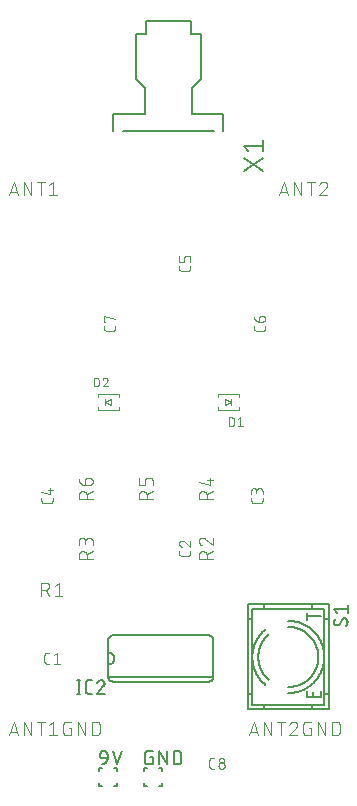
<source format=gbr>
G04 EAGLE Gerber RS-274X export*
G75*
%MOMM*%
%FSLAX34Y34*%
%LPD*%
%INSilkscreen Top*%
%IPPOS*%
%AMOC8*
5,1,8,0,0,1.08239X$1,22.5*%
G01*
%ADD10C,0.076200*%
%ADD11C,0.120000*%
%ADD12C,0.050000*%
%ADD13C,0.152400*%
%ADD14C,0.127000*%
%ADD15C,0.101600*%
%ADD16C,0.203200*%


D10*
X51729Y349771D02*
X49641Y349771D01*
X49552Y349773D01*
X49464Y349779D01*
X49376Y349788D01*
X49288Y349801D01*
X49201Y349818D01*
X49115Y349838D01*
X49030Y349863D01*
X48945Y349890D01*
X48862Y349922D01*
X48781Y349956D01*
X48701Y349995D01*
X48623Y350036D01*
X48546Y350081D01*
X48472Y350129D01*
X48399Y350180D01*
X48329Y350234D01*
X48262Y350292D01*
X48196Y350352D01*
X48134Y350414D01*
X48074Y350480D01*
X48016Y350547D01*
X47962Y350617D01*
X47911Y350690D01*
X47863Y350764D01*
X47818Y350841D01*
X47777Y350919D01*
X47738Y350999D01*
X47704Y351080D01*
X47672Y351163D01*
X47645Y351248D01*
X47620Y351333D01*
X47600Y351419D01*
X47583Y351506D01*
X47570Y351594D01*
X47561Y351682D01*
X47555Y351770D01*
X47553Y351859D01*
X47552Y351859D02*
X47552Y357081D01*
X47553Y357081D02*
X47555Y357172D01*
X47561Y357263D01*
X47571Y357354D01*
X47585Y357444D01*
X47602Y357533D01*
X47624Y357621D01*
X47650Y357709D01*
X47679Y357795D01*
X47712Y357880D01*
X47749Y357963D01*
X47789Y358045D01*
X47833Y358125D01*
X47880Y358203D01*
X47931Y358279D01*
X47984Y358352D01*
X48041Y358423D01*
X48102Y358492D01*
X48165Y358557D01*
X48230Y358620D01*
X48299Y358680D01*
X48370Y358738D01*
X48443Y358791D01*
X48519Y358842D01*
X48597Y358889D01*
X48677Y358933D01*
X48759Y358973D01*
X48842Y359010D01*
X48927Y359043D01*
X49013Y359072D01*
X49101Y359098D01*
X49189Y359120D01*
X49278Y359137D01*
X49368Y359151D01*
X49459Y359161D01*
X49550Y359167D01*
X49641Y359169D01*
X51729Y359169D01*
X55198Y357081D02*
X57808Y359169D01*
X57808Y349771D01*
X55198Y349771D02*
X60419Y349771D01*
X170929Y443341D02*
X170929Y445429D01*
X170929Y443341D02*
X170927Y443252D01*
X170921Y443164D01*
X170912Y443076D01*
X170899Y442988D01*
X170882Y442901D01*
X170862Y442815D01*
X170837Y442730D01*
X170810Y442645D01*
X170778Y442562D01*
X170744Y442481D01*
X170705Y442401D01*
X170664Y442323D01*
X170619Y442246D01*
X170571Y442172D01*
X170520Y442099D01*
X170466Y442029D01*
X170408Y441962D01*
X170348Y441896D01*
X170286Y441834D01*
X170220Y441774D01*
X170153Y441716D01*
X170083Y441662D01*
X170010Y441611D01*
X169936Y441563D01*
X169859Y441518D01*
X169781Y441477D01*
X169701Y441438D01*
X169620Y441404D01*
X169537Y441372D01*
X169452Y441345D01*
X169367Y441320D01*
X169281Y441300D01*
X169194Y441283D01*
X169106Y441270D01*
X169018Y441261D01*
X168930Y441255D01*
X168841Y441253D01*
X168841Y441252D02*
X163619Y441252D01*
X163528Y441254D01*
X163437Y441260D01*
X163346Y441270D01*
X163256Y441284D01*
X163167Y441302D01*
X163078Y441323D01*
X162991Y441349D01*
X162905Y441378D01*
X162820Y441411D01*
X162736Y441448D01*
X162654Y441488D01*
X162575Y441532D01*
X162497Y441579D01*
X162421Y441630D01*
X162347Y441684D01*
X162276Y441741D01*
X162208Y441801D01*
X162142Y441864D01*
X162079Y441930D01*
X162019Y441998D01*
X161962Y442069D01*
X161908Y442143D01*
X161857Y442219D01*
X161810Y442296D01*
X161766Y442376D01*
X161726Y442458D01*
X161689Y442542D01*
X161656Y442626D01*
X161627Y442713D01*
X161601Y442800D01*
X161580Y442889D01*
X161562Y442978D01*
X161548Y443068D01*
X161538Y443159D01*
X161532Y443250D01*
X161530Y443341D01*
X161531Y443341D02*
X161531Y445429D01*
X161531Y451770D02*
X161533Y451865D01*
X161539Y451959D01*
X161548Y452053D01*
X161561Y452147D01*
X161578Y452240D01*
X161599Y452332D01*
X161624Y452424D01*
X161652Y452514D01*
X161684Y452603D01*
X161719Y452691D01*
X161758Y452777D01*
X161800Y452862D01*
X161846Y452945D01*
X161895Y453026D01*
X161947Y453105D01*
X162002Y453182D01*
X162061Y453256D01*
X162122Y453328D01*
X162186Y453398D01*
X162253Y453465D01*
X162323Y453529D01*
X162395Y453590D01*
X162469Y453649D01*
X162546Y453704D01*
X162625Y453756D01*
X162706Y453805D01*
X162789Y453851D01*
X162874Y453893D01*
X162960Y453932D01*
X163048Y453967D01*
X163137Y453999D01*
X163227Y454027D01*
X163319Y454052D01*
X163411Y454073D01*
X163504Y454090D01*
X163598Y454103D01*
X163692Y454112D01*
X163786Y454118D01*
X163881Y454120D01*
X161531Y451770D02*
X161533Y451662D01*
X161539Y451553D01*
X161549Y451445D01*
X161562Y451338D01*
X161580Y451231D01*
X161601Y451124D01*
X161626Y451019D01*
X161655Y450914D01*
X161687Y450811D01*
X161724Y450709D01*
X161764Y450608D01*
X161807Y450509D01*
X161854Y450411D01*
X161905Y450315D01*
X161959Y450221D01*
X162016Y450129D01*
X162077Y450039D01*
X162141Y449951D01*
X162207Y449866D01*
X162277Y449783D01*
X162350Y449703D01*
X162426Y449625D01*
X162504Y449550D01*
X162585Y449478D01*
X162669Y449409D01*
X162755Y449343D01*
X162843Y449280D01*
X162934Y449221D01*
X163026Y449164D01*
X163121Y449111D01*
X163218Y449062D01*
X163316Y449016D01*
X163415Y448973D01*
X163517Y448934D01*
X163619Y448899D01*
X165709Y453336D02*
X165640Y453405D01*
X165569Y453471D01*
X165496Y453535D01*
X165420Y453596D01*
X165341Y453654D01*
X165261Y453708D01*
X165178Y453760D01*
X165094Y453808D01*
X165008Y453854D01*
X164920Y453895D01*
X164830Y453934D01*
X164739Y453969D01*
X164647Y454000D01*
X164554Y454028D01*
X164460Y454052D01*
X164365Y454072D01*
X164269Y454089D01*
X164172Y454102D01*
X164075Y454111D01*
X163978Y454117D01*
X163881Y454119D01*
X165708Y453336D02*
X170929Y448898D01*
X170929Y454119D01*
X232169Y487769D02*
X232169Y489858D01*
X232169Y487769D02*
X232167Y487680D01*
X232161Y487592D01*
X232152Y487504D01*
X232139Y487416D01*
X232122Y487329D01*
X232102Y487243D01*
X232077Y487158D01*
X232050Y487073D01*
X232018Y486990D01*
X231984Y486909D01*
X231945Y486829D01*
X231904Y486751D01*
X231859Y486674D01*
X231811Y486600D01*
X231760Y486527D01*
X231706Y486457D01*
X231648Y486390D01*
X231588Y486324D01*
X231526Y486262D01*
X231460Y486202D01*
X231393Y486144D01*
X231323Y486090D01*
X231250Y486039D01*
X231176Y485991D01*
X231099Y485946D01*
X231021Y485905D01*
X230941Y485866D01*
X230860Y485832D01*
X230777Y485800D01*
X230692Y485773D01*
X230607Y485748D01*
X230521Y485728D01*
X230434Y485711D01*
X230346Y485698D01*
X230258Y485689D01*
X230170Y485683D01*
X230081Y485681D01*
X224859Y485681D01*
X224768Y485683D01*
X224677Y485689D01*
X224586Y485699D01*
X224496Y485713D01*
X224407Y485731D01*
X224318Y485752D01*
X224231Y485778D01*
X224145Y485807D01*
X224060Y485840D01*
X223976Y485877D01*
X223894Y485917D01*
X223815Y485961D01*
X223737Y486008D01*
X223661Y486059D01*
X223587Y486113D01*
X223516Y486170D01*
X223448Y486230D01*
X223382Y486293D01*
X223319Y486359D01*
X223259Y486427D01*
X223202Y486498D01*
X223148Y486572D01*
X223097Y486648D01*
X223050Y486725D01*
X223006Y486805D01*
X222966Y486887D01*
X222929Y486971D01*
X222896Y487055D01*
X222867Y487142D01*
X222841Y487229D01*
X222820Y487318D01*
X222802Y487407D01*
X222788Y487497D01*
X222778Y487588D01*
X222772Y487679D01*
X222770Y487770D01*
X222771Y487769D02*
X222771Y489858D01*
X232169Y493327D02*
X232169Y495937D01*
X232167Y496038D01*
X232161Y496139D01*
X232151Y496240D01*
X232138Y496340D01*
X232120Y496440D01*
X232099Y496539D01*
X232073Y496637D01*
X232044Y496734D01*
X232012Y496830D01*
X231975Y496924D01*
X231935Y497017D01*
X231891Y497109D01*
X231844Y497198D01*
X231793Y497286D01*
X231739Y497372D01*
X231682Y497455D01*
X231622Y497537D01*
X231558Y497615D01*
X231492Y497692D01*
X231422Y497765D01*
X231350Y497836D01*
X231275Y497904D01*
X231197Y497969D01*
X231117Y498031D01*
X231035Y498090D01*
X230950Y498146D01*
X230864Y498198D01*
X230775Y498247D01*
X230684Y498293D01*
X230592Y498334D01*
X230498Y498373D01*
X230403Y498407D01*
X230307Y498438D01*
X230209Y498465D01*
X230111Y498489D01*
X230011Y498508D01*
X229911Y498524D01*
X229811Y498536D01*
X229710Y498544D01*
X229609Y498548D01*
X229507Y498548D01*
X229406Y498544D01*
X229305Y498536D01*
X229205Y498524D01*
X229105Y498508D01*
X229005Y498489D01*
X228907Y498465D01*
X228809Y498438D01*
X228713Y498407D01*
X228618Y498373D01*
X228524Y498334D01*
X228432Y498293D01*
X228341Y498247D01*
X228253Y498198D01*
X228166Y498146D01*
X228081Y498090D01*
X227999Y498031D01*
X227919Y497969D01*
X227841Y497904D01*
X227766Y497836D01*
X227694Y497765D01*
X227624Y497692D01*
X227558Y497615D01*
X227494Y497537D01*
X227434Y497455D01*
X227377Y497372D01*
X227323Y497286D01*
X227272Y497198D01*
X227225Y497109D01*
X227181Y497017D01*
X227141Y496924D01*
X227104Y496830D01*
X227072Y496734D01*
X227043Y496637D01*
X227017Y496539D01*
X226996Y496440D01*
X226978Y496340D01*
X226965Y496240D01*
X226955Y496139D01*
X226949Y496038D01*
X226947Y495937D01*
X222771Y496459D02*
X222771Y493327D01*
X222771Y496459D02*
X222773Y496549D01*
X222779Y496638D01*
X222788Y496728D01*
X222802Y496817D01*
X222819Y496905D01*
X222840Y496992D01*
X222865Y497079D01*
X222894Y497164D01*
X222926Y497248D01*
X222961Y497330D01*
X223001Y497411D01*
X223043Y497490D01*
X223089Y497567D01*
X223139Y497642D01*
X223191Y497715D01*
X223247Y497786D01*
X223305Y497854D01*
X223367Y497919D01*
X223431Y497982D01*
X223498Y498042D01*
X223567Y498099D01*
X223639Y498153D01*
X223713Y498204D01*
X223789Y498252D01*
X223867Y498296D01*
X223947Y498337D01*
X224029Y498375D01*
X224112Y498409D01*
X224197Y498439D01*
X224283Y498466D01*
X224369Y498489D01*
X224457Y498508D01*
X224546Y498523D01*
X224635Y498535D01*
X224724Y498543D01*
X224814Y498547D01*
X224904Y498547D01*
X224994Y498543D01*
X225083Y498535D01*
X225172Y498523D01*
X225261Y498508D01*
X225349Y498489D01*
X225435Y498466D01*
X225521Y498439D01*
X225606Y498409D01*
X225689Y498375D01*
X225771Y498337D01*
X225851Y498296D01*
X225929Y498252D01*
X226005Y498204D01*
X226079Y498153D01*
X226151Y498099D01*
X226220Y498042D01*
X226287Y497982D01*
X226351Y497919D01*
X226413Y497854D01*
X226471Y497786D01*
X226527Y497715D01*
X226579Y497642D01*
X226629Y497567D01*
X226675Y497490D01*
X226717Y497411D01*
X226757Y497330D01*
X226792Y497248D01*
X226824Y497164D01*
X226853Y497079D01*
X226878Y496992D01*
X226899Y496905D01*
X226916Y496817D01*
X226930Y496728D01*
X226939Y496638D01*
X226945Y496549D01*
X226947Y496459D01*
X226948Y496459D02*
X226948Y494371D01*
X54369Y489858D02*
X54369Y487769D01*
X54367Y487680D01*
X54361Y487592D01*
X54352Y487504D01*
X54339Y487416D01*
X54322Y487329D01*
X54302Y487243D01*
X54277Y487158D01*
X54250Y487073D01*
X54218Y486990D01*
X54184Y486909D01*
X54145Y486829D01*
X54104Y486751D01*
X54059Y486674D01*
X54011Y486600D01*
X53960Y486527D01*
X53906Y486457D01*
X53848Y486390D01*
X53788Y486324D01*
X53726Y486262D01*
X53660Y486202D01*
X53593Y486144D01*
X53523Y486090D01*
X53450Y486039D01*
X53376Y485991D01*
X53299Y485946D01*
X53221Y485905D01*
X53141Y485866D01*
X53060Y485832D01*
X52977Y485800D01*
X52892Y485773D01*
X52807Y485748D01*
X52721Y485728D01*
X52634Y485711D01*
X52546Y485698D01*
X52458Y485689D01*
X52370Y485683D01*
X52281Y485681D01*
X47059Y485681D01*
X46968Y485683D01*
X46877Y485689D01*
X46786Y485699D01*
X46696Y485713D01*
X46607Y485731D01*
X46518Y485752D01*
X46431Y485778D01*
X46345Y485807D01*
X46260Y485840D01*
X46176Y485877D01*
X46094Y485917D01*
X46015Y485961D01*
X45937Y486008D01*
X45861Y486059D01*
X45787Y486113D01*
X45716Y486170D01*
X45648Y486230D01*
X45582Y486293D01*
X45519Y486359D01*
X45459Y486427D01*
X45402Y486498D01*
X45348Y486572D01*
X45297Y486648D01*
X45250Y486725D01*
X45206Y486805D01*
X45166Y486887D01*
X45129Y486971D01*
X45096Y487055D01*
X45067Y487142D01*
X45041Y487229D01*
X45020Y487318D01*
X45002Y487407D01*
X44988Y487497D01*
X44978Y487588D01*
X44972Y487679D01*
X44970Y487770D01*
X44971Y487769D02*
X44971Y489858D01*
X44971Y495415D02*
X52281Y493327D01*
X52281Y498548D01*
X54369Y496981D02*
X50192Y496981D01*
X170929Y684641D02*
X170929Y686729D01*
X170929Y684641D02*
X170927Y684552D01*
X170921Y684464D01*
X170912Y684376D01*
X170899Y684288D01*
X170882Y684201D01*
X170862Y684115D01*
X170837Y684030D01*
X170810Y683945D01*
X170778Y683862D01*
X170744Y683781D01*
X170705Y683701D01*
X170664Y683623D01*
X170619Y683546D01*
X170571Y683472D01*
X170520Y683399D01*
X170466Y683329D01*
X170408Y683262D01*
X170348Y683196D01*
X170286Y683134D01*
X170220Y683074D01*
X170153Y683016D01*
X170083Y682962D01*
X170010Y682911D01*
X169936Y682863D01*
X169859Y682818D01*
X169781Y682777D01*
X169701Y682738D01*
X169620Y682704D01*
X169537Y682672D01*
X169452Y682645D01*
X169367Y682620D01*
X169281Y682600D01*
X169194Y682583D01*
X169106Y682570D01*
X169018Y682561D01*
X168930Y682555D01*
X168841Y682553D01*
X168841Y682552D02*
X163619Y682552D01*
X163528Y682554D01*
X163437Y682560D01*
X163346Y682570D01*
X163256Y682584D01*
X163167Y682602D01*
X163078Y682623D01*
X162991Y682649D01*
X162905Y682678D01*
X162820Y682711D01*
X162736Y682748D01*
X162654Y682788D01*
X162575Y682832D01*
X162497Y682879D01*
X162421Y682930D01*
X162347Y682984D01*
X162276Y683041D01*
X162208Y683101D01*
X162142Y683164D01*
X162079Y683230D01*
X162019Y683298D01*
X161962Y683369D01*
X161908Y683443D01*
X161857Y683519D01*
X161810Y683596D01*
X161766Y683676D01*
X161726Y683758D01*
X161689Y683842D01*
X161656Y683926D01*
X161627Y684013D01*
X161601Y684100D01*
X161580Y684189D01*
X161562Y684278D01*
X161548Y684368D01*
X161538Y684459D01*
X161532Y684550D01*
X161530Y684641D01*
X161531Y684641D02*
X161531Y686729D01*
X170929Y690198D02*
X170929Y693331D01*
X170927Y693420D01*
X170921Y693508D01*
X170912Y693596D01*
X170899Y693684D01*
X170882Y693771D01*
X170862Y693857D01*
X170837Y693942D01*
X170810Y694027D01*
X170778Y694110D01*
X170744Y694191D01*
X170705Y694271D01*
X170664Y694349D01*
X170619Y694426D01*
X170571Y694500D01*
X170520Y694573D01*
X170466Y694643D01*
X170408Y694710D01*
X170348Y694776D01*
X170286Y694838D01*
X170220Y694898D01*
X170153Y694956D01*
X170083Y695010D01*
X170010Y695061D01*
X169936Y695109D01*
X169859Y695154D01*
X169781Y695195D01*
X169701Y695234D01*
X169620Y695268D01*
X169537Y695300D01*
X169452Y695327D01*
X169367Y695352D01*
X169281Y695372D01*
X169194Y695389D01*
X169106Y695402D01*
X169018Y695411D01*
X168930Y695417D01*
X168841Y695419D01*
X167796Y695419D01*
X167707Y695417D01*
X167619Y695411D01*
X167531Y695402D01*
X167443Y695389D01*
X167356Y695372D01*
X167270Y695352D01*
X167185Y695327D01*
X167100Y695300D01*
X167017Y695268D01*
X166936Y695234D01*
X166856Y695195D01*
X166778Y695154D01*
X166701Y695109D01*
X166627Y695061D01*
X166554Y695010D01*
X166484Y694956D01*
X166417Y694898D01*
X166351Y694838D01*
X166289Y694776D01*
X166229Y694710D01*
X166171Y694643D01*
X166117Y694573D01*
X166066Y694500D01*
X166018Y694426D01*
X165973Y694349D01*
X165932Y694271D01*
X165893Y694191D01*
X165859Y694110D01*
X165827Y694027D01*
X165800Y693942D01*
X165775Y693857D01*
X165755Y693771D01*
X165738Y693684D01*
X165725Y693596D01*
X165716Y693508D01*
X165710Y693420D01*
X165708Y693331D01*
X165708Y690198D01*
X161531Y690198D01*
X161531Y695419D01*
X234429Y635929D02*
X234429Y633841D01*
X234427Y633752D01*
X234421Y633664D01*
X234412Y633576D01*
X234399Y633488D01*
X234382Y633401D01*
X234362Y633315D01*
X234337Y633230D01*
X234310Y633145D01*
X234278Y633062D01*
X234244Y632981D01*
X234205Y632901D01*
X234164Y632823D01*
X234119Y632746D01*
X234071Y632672D01*
X234020Y632599D01*
X233966Y632529D01*
X233908Y632462D01*
X233848Y632396D01*
X233786Y632334D01*
X233720Y632274D01*
X233653Y632216D01*
X233583Y632162D01*
X233510Y632111D01*
X233436Y632063D01*
X233359Y632018D01*
X233281Y631977D01*
X233201Y631938D01*
X233120Y631904D01*
X233037Y631872D01*
X232952Y631845D01*
X232867Y631820D01*
X232781Y631800D01*
X232694Y631783D01*
X232606Y631770D01*
X232518Y631761D01*
X232430Y631755D01*
X232341Y631753D01*
X232341Y631752D02*
X227119Y631752D01*
X227028Y631754D01*
X226937Y631760D01*
X226846Y631770D01*
X226756Y631784D01*
X226667Y631802D01*
X226578Y631823D01*
X226491Y631849D01*
X226405Y631878D01*
X226320Y631911D01*
X226236Y631948D01*
X226154Y631988D01*
X226075Y632032D01*
X225997Y632079D01*
X225921Y632130D01*
X225847Y632184D01*
X225776Y632241D01*
X225708Y632301D01*
X225642Y632364D01*
X225579Y632430D01*
X225519Y632498D01*
X225462Y632569D01*
X225408Y632643D01*
X225357Y632719D01*
X225310Y632796D01*
X225266Y632876D01*
X225226Y632958D01*
X225189Y633042D01*
X225156Y633126D01*
X225127Y633213D01*
X225101Y633300D01*
X225080Y633389D01*
X225062Y633478D01*
X225048Y633568D01*
X225038Y633659D01*
X225032Y633750D01*
X225030Y633841D01*
X225031Y633841D02*
X225031Y635929D01*
X229208Y639398D02*
X229208Y642531D01*
X229210Y642620D01*
X229216Y642708D01*
X229225Y642796D01*
X229238Y642884D01*
X229255Y642971D01*
X229275Y643057D01*
X229300Y643142D01*
X229327Y643227D01*
X229359Y643310D01*
X229393Y643391D01*
X229432Y643471D01*
X229473Y643549D01*
X229518Y643626D01*
X229566Y643700D01*
X229617Y643773D01*
X229671Y643843D01*
X229729Y643910D01*
X229789Y643976D01*
X229851Y644038D01*
X229917Y644098D01*
X229984Y644156D01*
X230054Y644210D01*
X230127Y644261D01*
X230201Y644309D01*
X230278Y644354D01*
X230356Y644395D01*
X230436Y644434D01*
X230517Y644468D01*
X230600Y644500D01*
X230685Y644527D01*
X230770Y644552D01*
X230856Y644572D01*
X230943Y644589D01*
X231031Y644602D01*
X231119Y644611D01*
X231207Y644617D01*
X231296Y644619D01*
X231818Y644619D01*
X231919Y644617D01*
X232020Y644611D01*
X232121Y644601D01*
X232221Y644588D01*
X232321Y644570D01*
X232420Y644549D01*
X232518Y644523D01*
X232615Y644494D01*
X232711Y644462D01*
X232805Y644425D01*
X232898Y644385D01*
X232990Y644341D01*
X233079Y644294D01*
X233167Y644243D01*
X233253Y644189D01*
X233336Y644132D01*
X233418Y644072D01*
X233496Y644008D01*
X233573Y643942D01*
X233646Y643872D01*
X233717Y643800D01*
X233785Y643725D01*
X233850Y643647D01*
X233912Y643567D01*
X233971Y643485D01*
X234027Y643400D01*
X234079Y643314D01*
X234128Y643225D01*
X234174Y643134D01*
X234215Y643042D01*
X234254Y642948D01*
X234288Y642853D01*
X234319Y642757D01*
X234346Y642659D01*
X234370Y642561D01*
X234389Y642461D01*
X234405Y642361D01*
X234417Y642261D01*
X234425Y642160D01*
X234429Y642059D01*
X234429Y641957D01*
X234425Y641856D01*
X234417Y641755D01*
X234405Y641655D01*
X234389Y641555D01*
X234370Y641455D01*
X234346Y641357D01*
X234319Y641259D01*
X234288Y641163D01*
X234254Y641068D01*
X234215Y640974D01*
X234174Y640882D01*
X234128Y640791D01*
X234079Y640703D01*
X234027Y640616D01*
X233971Y640531D01*
X233912Y640449D01*
X233850Y640369D01*
X233785Y640291D01*
X233717Y640216D01*
X233646Y640144D01*
X233573Y640074D01*
X233496Y640008D01*
X233418Y639944D01*
X233336Y639884D01*
X233253Y639827D01*
X233167Y639773D01*
X233079Y639722D01*
X232990Y639675D01*
X232898Y639631D01*
X232805Y639591D01*
X232711Y639554D01*
X232615Y639522D01*
X232518Y639493D01*
X232420Y639467D01*
X232321Y639446D01*
X232221Y639428D01*
X232121Y639415D01*
X232020Y639405D01*
X231919Y639399D01*
X231818Y639397D01*
X231818Y639398D02*
X229208Y639398D01*
X229079Y639400D01*
X228951Y639406D01*
X228823Y639416D01*
X228695Y639430D01*
X228567Y639447D01*
X228440Y639469D01*
X228314Y639495D01*
X228189Y639524D01*
X228065Y639557D01*
X227942Y639595D01*
X227820Y639635D01*
X227699Y639680D01*
X227580Y639728D01*
X227462Y639780D01*
X227346Y639836D01*
X227232Y639895D01*
X227120Y639958D01*
X227009Y640024D01*
X226901Y640093D01*
X226795Y640166D01*
X226691Y640242D01*
X226589Y640321D01*
X226490Y640403D01*
X226394Y640488D01*
X226300Y640576D01*
X226209Y640667D01*
X226121Y640761D01*
X226036Y640857D01*
X225954Y640956D01*
X225875Y641058D01*
X225799Y641162D01*
X225726Y641268D01*
X225657Y641376D01*
X225591Y641486D01*
X225528Y641599D01*
X225469Y641713D01*
X225413Y641829D01*
X225361Y641947D01*
X225313Y642066D01*
X225268Y642187D01*
X225228Y642309D01*
X225190Y642432D01*
X225157Y642556D01*
X225128Y642681D01*
X225102Y642807D01*
X225080Y642934D01*
X225063Y643062D01*
X225049Y643190D01*
X225039Y643318D01*
X225033Y643446D01*
X225031Y643575D01*
X107429Y635929D02*
X107429Y633841D01*
X107427Y633752D01*
X107421Y633664D01*
X107412Y633576D01*
X107399Y633488D01*
X107382Y633401D01*
X107362Y633315D01*
X107337Y633230D01*
X107310Y633145D01*
X107278Y633062D01*
X107244Y632981D01*
X107205Y632901D01*
X107164Y632823D01*
X107119Y632746D01*
X107071Y632672D01*
X107020Y632599D01*
X106966Y632529D01*
X106908Y632462D01*
X106848Y632396D01*
X106786Y632334D01*
X106720Y632274D01*
X106653Y632216D01*
X106583Y632162D01*
X106510Y632111D01*
X106436Y632063D01*
X106359Y632018D01*
X106281Y631977D01*
X106201Y631938D01*
X106120Y631904D01*
X106037Y631872D01*
X105952Y631845D01*
X105867Y631820D01*
X105781Y631800D01*
X105694Y631783D01*
X105606Y631770D01*
X105518Y631761D01*
X105430Y631755D01*
X105341Y631753D01*
X105341Y631752D02*
X100119Y631752D01*
X100028Y631754D01*
X99937Y631760D01*
X99846Y631770D01*
X99756Y631784D01*
X99667Y631802D01*
X99578Y631823D01*
X99491Y631849D01*
X99405Y631878D01*
X99320Y631911D01*
X99236Y631948D01*
X99154Y631988D01*
X99075Y632032D01*
X98997Y632079D01*
X98921Y632130D01*
X98847Y632184D01*
X98776Y632241D01*
X98708Y632301D01*
X98642Y632364D01*
X98579Y632430D01*
X98519Y632498D01*
X98462Y632569D01*
X98408Y632643D01*
X98357Y632719D01*
X98310Y632796D01*
X98266Y632876D01*
X98226Y632958D01*
X98189Y633042D01*
X98156Y633126D01*
X98127Y633213D01*
X98101Y633300D01*
X98080Y633389D01*
X98062Y633478D01*
X98048Y633568D01*
X98038Y633659D01*
X98032Y633750D01*
X98030Y633841D01*
X98031Y633841D02*
X98031Y635929D01*
X98031Y639398D02*
X99075Y639398D01*
X98031Y639398D02*
X98031Y644619D01*
X107429Y642008D01*
X189341Y260871D02*
X191429Y260871D01*
X189341Y260871D02*
X189252Y260873D01*
X189164Y260879D01*
X189076Y260888D01*
X188988Y260901D01*
X188901Y260918D01*
X188815Y260938D01*
X188730Y260963D01*
X188645Y260990D01*
X188562Y261022D01*
X188481Y261056D01*
X188401Y261095D01*
X188323Y261136D01*
X188246Y261181D01*
X188172Y261229D01*
X188099Y261280D01*
X188029Y261334D01*
X187962Y261392D01*
X187896Y261452D01*
X187834Y261514D01*
X187774Y261580D01*
X187716Y261647D01*
X187662Y261717D01*
X187611Y261790D01*
X187563Y261864D01*
X187518Y261941D01*
X187477Y262019D01*
X187438Y262099D01*
X187404Y262180D01*
X187372Y262263D01*
X187345Y262348D01*
X187320Y262433D01*
X187300Y262519D01*
X187283Y262606D01*
X187270Y262694D01*
X187261Y262782D01*
X187255Y262870D01*
X187253Y262959D01*
X187252Y262959D02*
X187252Y268181D01*
X187253Y268181D02*
X187255Y268272D01*
X187261Y268363D01*
X187271Y268454D01*
X187285Y268544D01*
X187302Y268633D01*
X187324Y268721D01*
X187350Y268809D01*
X187379Y268895D01*
X187412Y268980D01*
X187449Y269063D01*
X187489Y269145D01*
X187533Y269225D01*
X187580Y269303D01*
X187631Y269379D01*
X187684Y269452D01*
X187741Y269523D01*
X187802Y269592D01*
X187865Y269657D01*
X187930Y269720D01*
X187999Y269780D01*
X188070Y269838D01*
X188143Y269891D01*
X188219Y269942D01*
X188297Y269989D01*
X188377Y270033D01*
X188459Y270073D01*
X188542Y270110D01*
X188627Y270143D01*
X188713Y270172D01*
X188801Y270198D01*
X188889Y270220D01*
X188978Y270237D01*
X189068Y270251D01*
X189159Y270261D01*
X189250Y270267D01*
X189341Y270269D01*
X191429Y270269D01*
X194897Y263482D02*
X194899Y263583D01*
X194905Y263684D01*
X194915Y263785D01*
X194928Y263885D01*
X194946Y263985D01*
X194967Y264084D01*
X194993Y264182D01*
X195022Y264279D01*
X195054Y264375D01*
X195091Y264469D01*
X195131Y264562D01*
X195175Y264654D01*
X195222Y264743D01*
X195273Y264831D01*
X195327Y264917D01*
X195384Y265000D01*
X195444Y265082D01*
X195508Y265160D01*
X195574Y265237D01*
X195644Y265310D01*
X195716Y265381D01*
X195791Y265449D01*
X195869Y265514D01*
X195949Y265576D01*
X196031Y265635D01*
X196116Y265691D01*
X196203Y265743D01*
X196291Y265792D01*
X196382Y265838D01*
X196474Y265879D01*
X196568Y265918D01*
X196663Y265952D01*
X196759Y265983D01*
X196857Y266010D01*
X196955Y266034D01*
X197055Y266053D01*
X197155Y266069D01*
X197255Y266081D01*
X197356Y266089D01*
X197457Y266093D01*
X197559Y266093D01*
X197660Y266089D01*
X197761Y266081D01*
X197861Y266069D01*
X197961Y266053D01*
X198061Y266034D01*
X198159Y266010D01*
X198257Y265983D01*
X198353Y265952D01*
X198448Y265918D01*
X198542Y265879D01*
X198634Y265838D01*
X198725Y265792D01*
X198814Y265743D01*
X198900Y265691D01*
X198985Y265635D01*
X199067Y265576D01*
X199147Y265514D01*
X199225Y265449D01*
X199300Y265381D01*
X199372Y265310D01*
X199442Y265237D01*
X199508Y265160D01*
X199572Y265082D01*
X199632Y265000D01*
X199689Y264917D01*
X199743Y264831D01*
X199794Y264743D01*
X199841Y264654D01*
X199885Y264562D01*
X199925Y264469D01*
X199962Y264375D01*
X199994Y264279D01*
X200023Y264182D01*
X200049Y264084D01*
X200070Y263985D01*
X200088Y263885D01*
X200101Y263785D01*
X200111Y263684D01*
X200117Y263583D01*
X200119Y263482D01*
X200117Y263381D01*
X200111Y263280D01*
X200101Y263179D01*
X200088Y263079D01*
X200070Y262979D01*
X200049Y262880D01*
X200023Y262782D01*
X199994Y262685D01*
X199962Y262589D01*
X199925Y262495D01*
X199885Y262402D01*
X199841Y262310D01*
X199794Y262221D01*
X199743Y262133D01*
X199689Y262047D01*
X199632Y261964D01*
X199572Y261882D01*
X199508Y261804D01*
X199442Y261727D01*
X199372Y261654D01*
X199300Y261583D01*
X199225Y261515D01*
X199147Y261450D01*
X199067Y261388D01*
X198985Y261329D01*
X198900Y261273D01*
X198813Y261221D01*
X198725Y261172D01*
X198634Y261126D01*
X198542Y261085D01*
X198448Y261046D01*
X198353Y261012D01*
X198257Y260981D01*
X198159Y260954D01*
X198061Y260930D01*
X197961Y260911D01*
X197861Y260895D01*
X197761Y260883D01*
X197660Y260875D01*
X197559Y260871D01*
X197457Y260871D01*
X197356Y260875D01*
X197255Y260883D01*
X197155Y260895D01*
X197055Y260911D01*
X196955Y260930D01*
X196857Y260954D01*
X196759Y260981D01*
X196663Y261012D01*
X196568Y261046D01*
X196474Y261085D01*
X196382Y261126D01*
X196291Y261172D01*
X196203Y261221D01*
X196116Y261273D01*
X196031Y261329D01*
X195949Y261388D01*
X195869Y261450D01*
X195791Y261515D01*
X195716Y261583D01*
X195644Y261654D01*
X195574Y261727D01*
X195508Y261804D01*
X195444Y261882D01*
X195384Y261964D01*
X195327Y262047D01*
X195273Y262133D01*
X195222Y262221D01*
X195175Y262310D01*
X195131Y262402D01*
X195091Y262495D01*
X195054Y262589D01*
X195022Y262685D01*
X194993Y262782D01*
X194967Y262880D01*
X194946Y262979D01*
X194928Y263079D01*
X194915Y263179D01*
X194905Y263280D01*
X194899Y263381D01*
X194897Y263482D01*
X195420Y268181D02*
X195422Y268271D01*
X195428Y268360D01*
X195437Y268450D01*
X195451Y268539D01*
X195468Y268627D01*
X195489Y268714D01*
X195514Y268801D01*
X195543Y268886D01*
X195575Y268970D01*
X195610Y269052D01*
X195650Y269133D01*
X195692Y269212D01*
X195738Y269289D01*
X195788Y269364D01*
X195840Y269437D01*
X195896Y269508D01*
X195954Y269576D01*
X196016Y269641D01*
X196080Y269704D01*
X196147Y269764D01*
X196216Y269821D01*
X196288Y269875D01*
X196362Y269926D01*
X196438Y269974D01*
X196516Y270018D01*
X196596Y270059D01*
X196678Y270097D01*
X196761Y270131D01*
X196846Y270161D01*
X196932Y270188D01*
X197018Y270211D01*
X197106Y270230D01*
X197195Y270245D01*
X197284Y270257D01*
X197373Y270265D01*
X197463Y270269D01*
X197553Y270269D01*
X197643Y270265D01*
X197732Y270257D01*
X197821Y270245D01*
X197910Y270230D01*
X197998Y270211D01*
X198084Y270188D01*
X198170Y270161D01*
X198255Y270131D01*
X198338Y270097D01*
X198420Y270059D01*
X198500Y270018D01*
X198578Y269974D01*
X198654Y269926D01*
X198728Y269875D01*
X198800Y269821D01*
X198869Y269764D01*
X198936Y269704D01*
X199000Y269641D01*
X199062Y269576D01*
X199120Y269508D01*
X199176Y269437D01*
X199228Y269364D01*
X199278Y269289D01*
X199324Y269212D01*
X199366Y269133D01*
X199406Y269052D01*
X199441Y268970D01*
X199473Y268886D01*
X199502Y268801D01*
X199527Y268714D01*
X199548Y268627D01*
X199565Y268539D01*
X199579Y268450D01*
X199588Y268360D01*
X199594Y268271D01*
X199596Y268181D01*
X199594Y268091D01*
X199588Y268002D01*
X199579Y267912D01*
X199565Y267823D01*
X199548Y267735D01*
X199527Y267648D01*
X199502Y267561D01*
X199473Y267476D01*
X199441Y267392D01*
X199406Y267310D01*
X199366Y267229D01*
X199324Y267150D01*
X199278Y267073D01*
X199228Y266998D01*
X199176Y266925D01*
X199120Y266854D01*
X199062Y266786D01*
X199000Y266721D01*
X198936Y266658D01*
X198869Y266598D01*
X198800Y266541D01*
X198728Y266487D01*
X198654Y266436D01*
X198578Y266388D01*
X198500Y266344D01*
X198420Y266303D01*
X198338Y266265D01*
X198255Y266231D01*
X198170Y266201D01*
X198084Y266174D01*
X197998Y266151D01*
X197910Y266132D01*
X197821Y266117D01*
X197732Y266105D01*
X197643Y266097D01*
X197553Y266093D01*
X197463Y266093D01*
X197373Y266097D01*
X197284Y266105D01*
X197195Y266117D01*
X197106Y266132D01*
X197018Y266151D01*
X196932Y266174D01*
X196846Y266201D01*
X196761Y266231D01*
X196678Y266265D01*
X196596Y266303D01*
X196516Y266344D01*
X196438Y266388D01*
X196362Y266436D01*
X196288Y266487D01*
X196216Y266541D01*
X196147Y266598D01*
X196080Y266658D01*
X196016Y266721D01*
X195954Y266786D01*
X195896Y266854D01*
X195840Y266925D01*
X195788Y266998D01*
X195738Y267073D01*
X195692Y267150D01*
X195650Y267229D01*
X195610Y267310D01*
X195575Y267392D01*
X195543Y267476D01*
X195514Y267561D01*
X195489Y267648D01*
X195468Y267735D01*
X195451Y267823D01*
X195437Y267912D01*
X195428Y268002D01*
X195422Y268091D01*
X195420Y268181D01*
D11*
X212200Y564500D02*
X212200Y567100D01*
X194200Y575900D02*
X194200Y578500D01*
X212200Y578500D01*
X212200Y575900D01*
X212200Y564500D02*
X194200Y564500D01*
X194200Y567100D01*
D12*
X200700Y569000D02*
X200700Y574000D01*
X205700Y571500D01*
X200700Y569000D01*
X205700Y569000D02*
X205700Y574000D01*
D10*
X203868Y558419D02*
X203868Y551053D01*
X203868Y558419D02*
X205914Y558419D01*
X206003Y558417D01*
X206092Y558411D01*
X206181Y558401D01*
X206269Y558388D01*
X206357Y558371D01*
X206444Y558349D01*
X206529Y558324D01*
X206614Y558296D01*
X206697Y558263D01*
X206779Y558227D01*
X206859Y558188D01*
X206937Y558145D01*
X207013Y558099D01*
X207088Y558049D01*
X207160Y557996D01*
X207229Y557940D01*
X207296Y557881D01*
X207361Y557820D01*
X207422Y557755D01*
X207481Y557688D01*
X207537Y557619D01*
X207590Y557547D01*
X207640Y557472D01*
X207686Y557396D01*
X207729Y557318D01*
X207768Y557238D01*
X207804Y557156D01*
X207837Y557073D01*
X207865Y556988D01*
X207890Y556903D01*
X207912Y556816D01*
X207929Y556728D01*
X207942Y556640D01*
X207952Y556551D01*
X207958Y556462D01*
X207960Y556373D01*
X207960Y553099D01*
X207958Y553010D01*
X207952Y552921D01*
X207942Y552832D01*
X207929Y552744D01*
X207912Y552656D01*
X207890Y552569D01*
X207865Y552484D01*
X207837Y552399D01*
X207804Y552316D01*
X207768Y552234D01*
X207729Y552154D01*
X207686Y552076D01*
X207640Y552000D01*
X207590Y551925D01*
X207537Y551853D01*
X207481Y551784D01*
X207422Y551717D01*
X207361Y551652D01*
X207296Y551591D01*
X207229Y551532D01*
X207160Y551476D01*
X207088Y551423D01*
X207013Y551373D01*
X206937Y551327D01*
X206859Y551284D01*
X206779Y551245D01*
X206697Y551209D01*
X206614Y551176D01*
X206529Y551148D01*
X206444Y551123D01*
X206357Y551101D01*
X206269Y551084D01*
X206181Y551071D01*
X206092Y551061D01*
X206003Y551055D01*
X205914Y551053D01*
X203868Y551053D01*
X211427Y556782D02*
X213473Y558419D01*
X213473Y551053D01*
X211427Y551053D02*
X215519Y551053D01*
D11*
X92600Y575900D02*
X92600Y578500D01*
X110600Y567100D02*
X110600Y564500D01*
X92600Y564500D01*
X92600Y567100D01*
X92600Y578500D02*
X110600Y578500D01*
X110600Y575900D01*
D12*
X104100Y574000D02*
X104100Y569000D01*
X99100Y571500D01*
X104100Y574000D01*
X99100Y574000D02*
X99100Y569000D01*
D10*
X89281Y584581D02*
X89281Y591947D01*
X91327Y591947D01*
X91416Y591945D01*
X91505Y591939D01*
X91594Y591929D01*
X91682Y591916D01*
X91770Y591899D01*
X91857Y591877D01*
X91942Y591852D01*
X92027Y591824D01*
X92110Y591791D01*
X92192Y591755D01*
X92272Y591716D01*
X92350Y591673D01*
X92426Y591627D01*
X92501Y591577D01*
X92573Y591524D01*
X92642Y591468D01*
X92709Y591409D01*
X92774Y591348D01*
X92835Y591283D01*
X92894Y591216D01*
X92950Y591147D01*
X93003Y591075D01*
X93053Y591000D01*
X93099Y590924D01*
X93142Y590846D01*
X93181Y590766D01*
X93217Y590684D01*
X93250Y590601D01*
X93278Y590516D01*
X93303Y590431D01*
X93325Y590344D01*
X93342Y590256D01*
X93355Y590168D01*
X93365Y590079D01*
X93371Y589990D01*
X93373Y589901D01*
X93373Y586627D01*
X93371Y586538D01*
X93365Y586449D01*
X93355Y586360D01*
X93342Y586272D01*
X93325Y586184D01*
X93303Y586097D01*
X93278Y586012D01*
X93250Y585927D01*
X93217Y585844D01*
X93181Y585762D01*
X93142Y585682D01*
X93099Y585604D01*
X93053Y585528D01*
X93003Y585453D01*
X92950Y585381D01*
X92894Y585312D01*
X92835Y585245D01*
X92774Y585180D01*
X92709Y585119D01*
X92642Y585060D01*
X92573Y585004D01*
X92501Y584951D01*
X92426Y584901D01*
X92350Y584855D01*
X92272Y584812D01*
X92192Y584773D01*
X92110Y584737D01*
X92027Y584704D01*
X91942Y584676D01*
X91857Y584651D01*
X91770Y584629D01*
X91682Y584612D01*
X91594Y584599D01*
X91505Y584589D01*
X91416Y584583D01*
X91327Y584581D01*
X89281Y584581D01*
X99091Y591948D02*
X99176Y591946D01*
X99261Y591940D01*
X99345Y591930D01*
X99429Y591917D01*
X99513Y591899D01*
X99595Y591878D01*
X99676Y591853D01*
X99756Y591824D01*
X99835Y591791D01*
X99912Y591755D01*
X99987Y591715D01*
X100061Y591672D01*
X100132Y591626D01*
X100201Y591576D01*
X100268Y591523D01*
X100332Y591467D01*
X100393Y591408D01*
X100452Y591347D01*
X100508Y591283D01*
X100561Y591216D01*
X100611Y591147D01*
X100657Y591076D01*
X100700Y591002D01*
X100740Y590927D01*
X100776Y590850D01*
X100809Y590771D01*
X100838Y590691D01*
X100863Y590610D01*
X100884Y590528D01*
X100902Y590444D01*
X100915Y590360D01*
X100925Y590276D01*
X100931Y590191D01*
X100933Y590106D01*
X99091Y591947D02*
X98995Y591945D01*
X98899Y591939D01*
X98804Y591929D01*
X98709Y591916D01*
X98614Y591898D01*
X98521Y591877D01*
X98428Y591852D01*
X98337Y591823D01*
X98246Y591791D01*
X98157Y591755D01*
X98070Y591715D01*
X97984Y591672D01*
X97900Y591626D01*
X97818Y591576D01*
X97738Y591522D01*
X97661Y591466D01*
X97586Y591406D01*
X97513Y591344D01*
X97443Y591278D01*
X97375Y591210D01*
X97310Y591139D01*
X97249Y591066D01*
X97190Y590990D01*
X97134Y590911D01*
X97082Y590831D01*
X97033Y590748D01*
X96987Y590664D01*
X96945Y590578D01*
X96907Y590490D01*
X96872Y590401D01*
X96840Y590310D01*
X100318Y588674D02*
X100378Y588733D01*
X100435Y588795D01*
X100490Y588859D01*
X100541Y588926D01*
X100590Y588995D01*
X100636Y589065D01*
X100679Y589138D01*
X100719Y589212D01*
X100755Y589288D01*
X100788Y589366D01*
X100818Y589445D01*
X100845Y589525D01*
X100868Y589606D01*
X100887Y589688D01*
X100903Y589770D01*
X100916Y589854D01*
X100925Y589938D01*
X100930Y590022D01*
X100932Y590106D01*
X100318Y588673D02*
X96840Y584581D01*
X100932Y584581D01*
D13*
X105410Y373888D02*
X186690Y373888D01*
X190500Y338582D02*
X190498Y338460D01*
X190492Y338338D01*
X190482Y338216D01*
X190469Y338095D01*
X190451Y337974D01*
X190430Y337854D01*
X190404Y337734D01*
X190375Y337616D01*
X190343Y337498D01*
X190306Y337381D01*
X190266Y337266D01*
X190222Y337152D01*
X190174Y337040D01*
X190123Y336929D01*
X190068Y336820D01*
X190010Y336712D01*
X189948Y336607D01*
X189883Y336504D01*
X189815Y336402D01*
X189743Y336303D01*
X189669Y336207D01*
X189591Y336112D01*
X189510Y336021D01*
X189427Y335931D01*
X189341Y335845D01*
X189251Y335762D01*
X189160Y335681D01*
X189065Y335603D01*
X188969Y335529D01*
X188870Y335457D01*
X188768Y335389D01*
X188665Y335324D01*
X188560Y335262D01*
X188452Y335204D01*
X188343Y335149D01*
X188232Y335098D01*
X188120Y335050D01*
X188006Y335006D01*
X187891Y334966D01*
X187774Y334929D01*
X187656Y334897D01*
X187538Y334868D01*
X187418Y334842D01*
X187298Y334821D01*
X187177Y334803D01*
X187056Y334790D01*
X186934Y334780D01*
X186812Y334774D01*
X186690Y334772D01*
X105410Y373888D02*
X105288Y373886D01*
X105166Y373880D01*
X105044Y373870D01*
X104923Y373857D01*
X104802Y373839D01*
X104682Y373818D01*
X104562Y373792D01*
X104444Y373763D01*
X104326Y373731D01*
X104209Y373694D01*
X104094Y373654D01*
X103980Y373610D01*
X103868Y373562D01*
X103757Y373511D01*
X103648Y373456D01*
X103540Y373398D01*
X103435Y373336D01*
X103332Y373271D01*
X103230Y373203D01*
X103131Y373131D01*
X103035Y373057D01*
X102940Y372979D01*
X102849Y372898D01*
X102759Y372815D01*
X102673Y372729D01*
X102590Y372639D01*
X102509Y372548D01*
X102431Y372453D01*
X102357Y372357D01*
X102285Y372258D01*
X102217Y372156D01*
X102152Y372053D01*
X102090Y371948D01*
X102032Y371840D01*
X101977Y371731D01*
X101926Y371620D01*
X101878Y371508D01*
X101834Y371394D01*
X101794Y371279D01*
X101757Y371162D01*
X101725Y371044D01*
X101696Y370926D01*
X101670Y370806D01*
X101649Y370686D01*
X101631Y370565D01*
X101618Y370444D01*
X101608Y370322D01*
X101602Y370200D01*
X101600Y370078D01*
X186690Y373888D02*
X186812Y373886D01*
X186934Y373880D01*
X187056Y373870D01*
X187177Y373857D01*
X187298Y373839D01*
X187418Y373818D01*
X187538Y373792D01*
X187656Y373763D01*
X187774Y373731D01*
X187891Y373694D01*
X188006Y373654D01*
X188120Y373610D01*
X188232Y373562D01*
X188343Y373511D01*
X188452Y373456D01*
X188560Y373398D01*
X188665Y373336D01*
X188768Y373271D01*
X188870Y373203D01*
X188969Y373131D01*
X189065Y373057D01*
X189160Y372979D01*
X189251Y372898D01*
X189341Y372815D01*
X189427Y372729D01*
X189510Y372639D01*
X189591Y372548D01*
X189669Y372453D01*
X189743Y372357D01*
X189815Y372258D01*
X189883Y372156D01*
X189948Y372053D01*
X190010Y371948D01*
X190068Y371840D01*
X190123Y371731D01*
X190174Y371620D01*
X190222Y371508D01*
X190266Y371394D01*
X190306Y371279D01*
X190343Y371162D01*
X190375Y371044D01*
X190404Y370926D01*
X190430Y370806D01*
X190451Y370686D01*
X190469Y370565D01*
X190482Y370444D01*
X190492Y370322D01*
X190498Y370200D01*
X190500Y370078D01*
X105410Y334772D02*
X105288Y334774D01*
X105166Y334780D01*
X105044Y334790D01*
X104923Y334803D01*
X104802Y334821D01*
X104682Y334842D01*
X104562Y334868D01*
X104444Y334897D01*
X104326Y334929D01*
X104209Y334966D01*
X104094Y335006D01*
X103980Y335050D01*
X103868Y335098D01*
X103757Y335149D01*
X103648Y335204D01*
X103540Y335262D01*
X103435Y335324D01*
X103332Y335389D01*
X103230Y335457D01*
X103131Y335529D01*
X103035Y335603D01*
X102940Y335681D01*
X102849Y335762D01*
X102759Y335845D01*
X102673Y335931D01*
X102590Y336021D01*
X102509Y336112D01*
X102431Y336207D01*
X102357Y336303D01*
X102285Y336402D01*
X102217Y336504D01*
X102152Y336607D01*
X102090Y336712D01*
X102032Y336820D01*
X101977Y336929D01*
X101926Y337040D01*
X101878Y337152D01*
X101834Y337266D01*
X101794Y337381D01*
X101757Y337498D01*
X101725Y337616D01*
X101696Y337734D01*
X101670Y337854D01*
X101649Y337974D01*
X101631Y338095D01*
X101618Y338216D01*
X101608Y338338D01*
X101602Y338460D01*
X101600Y338582D01*
X105410Y334772D02*
X186690Y334772D01*
X190500Y338582D02*
X190500Y370078D01*
X101600Y370078D02*
X101600Y359410D01*
X101600Y349250D01*
X101600Y338582D01*
X101600Y349250D02*
X101741Y349252D01*
X101882Y349258D01*
X102023Y349268D01*
X102164Y349281D01*
X102304Y349299D01*
X102443Y349321D01*
X102582Y349346D01*
X102721Y349375D01*
X102858Y349408D01*
X102994Y349445D01*
X103129Y349486D01*
X103264Y349530D01*
X103396Y349578D01*
X103528Y349630D01*
X103658Y349685D01*
X103786Y349744D01*
X103913Y349807D01*
X104037Y349873D01*
X104160Y349942D01*
X104281Y350015D01*
X104400Y350091D01*
X104517Y350171D01*
X104631Y350254D01*
X104744Y350339D01*
X104853Y350428D01*
X104961Y350520D01*
X105065Y350615D01*
X105167Y350713D01*
X105266Y350814D01*
X105363Y350917D01*
X105456Y351023D01*
X105546Y351131D01*
X105634Y351242D01*
X105718Y351355D01*
X105799Y351471D01*
X105877Y351589D01*
X105952Y351709D01*
X106023Y351831D01*
X106091Y351955D01*
X106155Y352081D01*
X106216Y352208D01*
X106273Y352337D01*
X106326Y352468D01*
X106376Y352600D01*
X106423Y352733D01*
X106465Y352868D01*
X106504Y353004D01*
X106539Y353141D01*
X106570Y353278D01*
X106597Y353417D01*
X106621Y353556D01*
X106640Y353696D01*
X106656Y353836D01*
X106668Y353977D01*
X106676Y354118D01*
X106680Y354259D01*
X106680Y354401D01*
X106676Y354542D01*
X106668Y354683D01*
X106656Y354824D01*
X106640Y354964D01*
X106621Y355104D01*
X106597Y355243D01*
X106570Y355382D01*
X106539Y355519D01*
X106504Y355656D01*
X106465Y355792D01*
X106423Y355927D01*
X106376Y356060D01*
X106326Y356192D01*
X106273Y356323D01*
X106216Y356452D01*
X106155Y356579D01*
X106091Y356705D01*
X106023Y356829D01*
X105952Y356951D01*
X105877Y357071D01*
X105799Y357189D01*
X105718Y357305D01*
X105634Y357418D01*
X105546Y357529D01*
X105456Y357637D01*
X105363Y357743D01*
X105266Y357846D01*
X105167Y357947D01*
X105065Y358045D01*
X104961Y358140D01*
X104853Y358232D01*
X104744Y358321D01*
X104631Y358406D01*
X104517Y358489D01*
X104400Y358569D01*
X104281Y358645D01*
X104160Y358718D01*
X104037Y358787D01*
X103913Y358853D01*
X103786Y358916D01*
X103658Y358975D01*
X103528Y359030D01*
X103396Y359082D01*
X103264Y359130D01*
X103129Y359174D01*
X102994Y359215D01*
X102858Y359252D01*
X102721Y359285D01*
X102582Y359314D01*
X102443Y359339D01*
X102304Y359361D01*
X102164Y359379D01*
X102023Y359392D01*
X101882Y359402D01*
X101741Y359408D01*
X101600Y359410D01*
X101600Y338328D02*
X190500Y338328D01*
D14*
X76581Y335915D02*
X76581Y324485D01*
X75311Y324485D02*
X77851Y324485D01*
X77851Y335915D02*
X75311Y335915D01*
X85053Y324485D02*
X87593Y324485D01*
X85053Y324485D02*
X84953Y324487D01*
X84854Y324493D01*
X84754Y324503D01*
X84656Y324516D01*
X84557Y324534D01*
X84460Y324555D01*
X84364Y324580D01*
X84268Y324609D01*
X84174Y324642D01*
X84081Y324678D01*
X83990Y324718D01*
X83900Y324762D01*
X83812Y324809D01*
X83726Y324859D01*
X83642Y324913D01*
X83560Y324970D01*
X83481Y325030D01*
X83403Y325094D01*
X83329Y325160D01*
X83257Y325229D01*
X83188Y325301D01*
X83122Y325375D01*
X83058Y325453D01*
X82998Y325532D01*
X82941Y325614D01*
X82887Y325698D01*
X82837Y325784D01*
X82790Y325872D01*
X82746Y325962D01*
X82706Y326053D01*
X82670Y326146D01*
X82637Y326240D01*
X82608Y326336D01*
X82583Y326432D01*
X82562Y326529D01*
X82544Y326628D01*
X82531Y326726D01*
X82521Y326826D01*
X82515Y326925D01*
X82513Y327025D01*
X82513Y333375D01*
X82515Y333475D01*
X82521Y333574D01*
X82531Y333674D01*
X82544Y333772D01*
X82562Y333871D01*
X82583Y333968D01*
X82608Y334064D01*
X82637Y334160D01*
X82670Y334254D01*
X82706Y334347D01*
X82746Y334438D01*
X82790Y334528D01*
X82837Y334616D01*
X82887Y334702D01*
X82941Y334786D01*
X82998Y334868D01*
X83058Y334947D01*
X83122Y335025D01*
X83188Y335099D01*
X83257Y335171D01*
X83329Y335240D01*
X83403Y335306D01*
X83481Y335370D01*
X83560Y335430D01*
X83642Y335487D01*
X83726Y335541D01*
X83812Y335591D01*
X83900Y335638D01*
X83990Y335682D01*
X84081Y335722D01*
X84174Y335758D01*
X84268Y335791D01*
X84364Y335820D01*
X84460Y335845D01*
X84557Y335866D01*
X84656Y335884D01*
X84754Y335897D01*
X84854Y335907D01*
X84953Y335913D01*
X85053Y335915D01*
X87593Y335915D01*
X95568Y335916D02*
X95672Y335914D01*
X95777Y335908D01*
X95881Y335899D01*
X95984Y335886D01*
X96087Y335868D01*
X96189Y335848D01*
X96291Y335823D01*
X96391Y335795D01*
X96491Y335763D01*
X96589Y335727D01*
X96686Y335688D01*
X96781Y335646D01*
X96875Y335600D01*
X96967Y335550D01*
X97057Y335498D01*
X97145Y335442D01*
X97231Y335382D01*
X97315Y335320D01*
X97396Y335255D01*
X97475Y335187D01*
X97552Y335115D01*
X97625Y335042D01*
X97697Y334965D01*
X97765Y334886D01*
X97830Y334805D01*
X97892Y334721D01*
X97952Y334635D01*
X98008Y334547D01*
X98060Y334457D01*
X98110Y334365D01*
X98156Y334271D01*
X98198Y334176D01*
X98237Y334079D01*
X98273Y333981D01*
X98305Y333881D01*
X98333Y333781D01*
X98358Y333679D01*
X98378Y333577D01*
X98396Y333474D01*
X98409Y333371D01*
X98418Y333267D01*
X98424Y333162D01*
X98426Y333058D01*
X95568Y335915D02*
X95450Y335913D01*
X95331Y335907D01*
X95213Y335898D01*
X95096Y335885D01*
X94979Y335867D01*
X94862Y335847D01*
X94746Y335822D01*
X94631Y335794D01*
X94518Y335761D01*
X94405Y335726D01*
X94293Y335686D01*
X94183Y335644D01*
X94074Y335597D01*
X93966Y335547D01*
X93861Y335494D01*
X93757Y335437D01*
X93655Y335377D01*
X93555Y335314D01*
X93457Y335247D01*
X93361Y335178D01*
X93268Y335105D01*
X93177Y335029D01*
X93088Y334951D01*
X93002Y334869D01*
X92919Y334785D01*
X92838Y334699D01*
X92761Y334609D01*
X92686Y334518D01*
X92614Y334424D01*
X92545Y334327D01*
X92480Y334229D01*
X92417Y334128D01*
X92358Y334025D01*
X92302Y333921D01*
X92250Y333815D01*
X92201Y333707D01*
X92156Y333598D01*
X92114Y333487D01*
X92076Y333375D01*
X97473Y330836D02*
X97549Y330911D01*
X97624Y330990D01*
X97695Y331071D01*
X97764Y331155D01*
X97829Y331241D01*
X97891Y331329D01*
X97951Y331419D01*
X98007Y331511D01*
X98060Y331606D01*
X98109Y331702D01*
X98155Y331800D01*
X98198Y331899D01*
X98237Y332000D01*
X98272Y332102D01*
X98304Y332205D01*
X98332Y332309D01*
X98357Y332414D01*
X98378Y332521D01*
X98395Y332627D01*
X98408Y332734D01*
X98417Y332842D01*
X98423Y332950D01*
X98425Y333058D01*
X97473Y330835D02*
X92075Y324485D01*
X98425Y324485D01*
D15*
X44958Y406908D02*
X44958Y418592D01*
X48204Y418592D01*
X48317Y418590D01*
X48430Y418584D01*
X48543Y418574D01*
X48656Y418560D01*
X48768Y418543D01*
X48879Y418521D01*
X48989Y418496D01*
X49099Y418466D01*
X49207Y418433D01*
X49314Y418396D01*
X49420Y418356D01*
X49524Y418311D01*
X49627Y418263D01*
X49728Y418212D01*
X49827Y418157D01*
X49924Y418099D01*
X50019Y418037D01*
X50112Y417972D01*
X50202Y417904D01*
X50290Y417833D01*
X50376Y417758D01*
X50459Y417681D01*
X50539Y417601D01*
X50616Y417518D01*
X50691Y417432D01*
X50762Y417344D01*
X50830Y417254D01*
X50895Y417161D01*
X50957Y417066D01*
X51015Y416969D01*
X51070Y416870D01*
X51121Y416769D01*
X51169Y416666D01*
X51214Y416562D01*
X51254Y416456D01*
X51291Y416349D01*
X51324Y416241D01*
X51354Y416131D01*
X51379Y416021D01*
X51401Y415910D01*
X51418Y415798D01*
X51432Y415685D01*
X51442Y415572D01*
X51448Y415459D01*
X51450Y415346D01*
X51448Y415233D01*
X51442Y415120D01*
X51432Y415007D01*
X51418Y414894D01*
X51401Y414782D01*
X51379Y414671D01*
X51354Y414561D01*
X51324Y414451D01*
X51291Y414343D01*
X51254Y414236D01*
X51214Y414130D01*
X51169Y414026D01*
X51121Y413923D01*
X51070Y413822D01*
X51015Y413723D01*
X50957Y413626D01*
X50895Y413531D01*
X50830Y413438D01*
X50762Y413348D01*
X50691Y413260D01*
X50616Y413174D01*
X50539Y413091D01*
X50459Y413011D01*
X50376Y412934D01*
X50290Y412859D01*
X50202Y412788D01*
X50112Y412720D01*
X50019Y412655D01*
X49924Y412593D01*
X49827Y412535D01*
X49728Y412480D01*
X49627Y412429D01*
X49524Y412381D01*
X49420Y412336D01*
X49314Y412296D01*
X49207Y412259D01*
X49099Y412226D01*
X48989Y412196D01*
X48879Y412171D01*
X48768Y412149D01*
X48656Y412132D01*
X48543Y412118D01*
X48430Y412108D01*
X48317Y412102D01*
X48204Y412100D01*
X48204Y412101D02*
X44958Y412101D01*
X48853Y412101D02*
X51449Y406908D01*
X56314Y415996D02*
X59560Y418592D01*
X59560Y406908D01*
X62805Y406908D02*
X56314Y406908D01*
X178308Y438658D02*
X189992Y438658D01*
X178308Y438658D02*
X178308Y441904D01*
X178310Y442017D01*
X178316Y442130D01*
X178326Y442243D01*
X178340Y442356D01*
X178357Y442468D01*
X178379Y442579D01*
X178404Y442689D01*
X178434Y442799D01*
X178467Y442907D01*
X178504Y443014D01*
X178544Y443120D01*
X178589Y443224D01*
X178637Y443327D01*
X178688Y443428D01*
X178743Y443527D01*
X178801Y443624D01*
X178863Y443719D01*
X178928Y443812D01*
X178996Y443902D01*
X179067Y443990D01*
X179142Y444076D01*
X179219Y444159D01*
X179299Y444239D01*
X179382Y444316D01*
X179468Y444391D01*
X179556Y444462D01*
X179646Y444530D01*
X179739Y444595D01*
X179834Y444657D01*
X179931Y444715D01*
X180030Y444770D01*
X180131Y444821D01*
X180234Y444869D01*
X180338Y444914D01*
X180444Y444954D01*
X180551Y444991D01*
X180659Y445024D01*
X180769Y445054D01*
X180879Y445079D01*
X180990Y445101D01*
X181102Y445118D01*
X181215Y445132D01*
X181328Y445142D01*
X181441Y445148D01*
X181554Y445150D01*
X181667Y445148D01*
X181780Y445142D01*
X181893Y445132D01*
X182006Y445118D01*
X182118Y445101D01*
X182229Y445079D01*
X182339Y445054D01*
X182449Y445024D01*
X182557Y444991D01*
X182664Y444954D01*
X182770Y444914D01*
X182874Y444869D01*
X182977Y444821D01*
X183078Y444770D01*
X183177Y444715D01*
X183274Y444657D01*
X183369Y444595D01*
X183462Y444530D01*
X183552Y444462D01*
X183640Y444391D01*
X183726Y444316D01*
X183809Y444239D01*
X183889Y444159D01*
X183966Y444076D01*
X184041Y443990D01*
X184112Y443902D01*
X184180Y443812D01*
X184245Y443719D01*
X184307Y443624D01*
X184365Y443527D01*
X184420Y443428D01*
X184471Y443327D01*
X184519Y443224D01*
X184564Y443120D01*
X184604Y443014D01*
X184641Y442907D01*
X184674Y442799D01*
X184704Y442689D01*
X184729Y442579D01*
X184751Y442468D01*
X184768Y442356D01*
X184782Y442243D01*
X184792Y442130D01*
X184798Y442017D01*
X184800Y441904D01*
X184799Y441904D02*
X184799Y438658D01*
X184799Y442553D02*
X189992Y445149D01*
X181229Y456505D02*
X181122Y456503D01*
X181016Y456497D01*
X180910Y456487D01*
X180804Y456474D01*
X180698Y456456D01*
X180594Y456435D01*
X180490Y456410D01*
X180387Y456381D01*
X180286Y456349D01*
X180186Y456312D01*
X180087Y456272D01*
X179989Y456229D01*
X179893Y456182D01*
X179799Y456131D01*
X179707Y456077D01*
X179617Y456020D01*
X179529Y455960D01*
X179444Y455896D01*
X179361Y455829D01*
X179280Y455759D01*
X179202Y455687D01*
X179126Y455611D01*
X179054Y455533D01*
X178984Y455452D01*
X178917Y455369D01*
X178853Y455284D01*
X178793Y455196D01*
X178736Y455106D01*
X178682Y455014D01*
X178631Y454920D01*
X178584Y454824D01*
X178541Y454726D01*
X178501Y454627D01*
X178464Y454527D01*
X178432Y454426D01*
X178403Y454323D01*
X178378Y454219D01*
X178357Y454115D01*
X178339Y454009D01*
X178326Y453903D01*
X178316Y453797D01*
X178310Y453691D01*
X178308Y453584D01*
X178310Y453463D01*
X178316Y453342D01*
X178326Y453222D01*
X178339Y453101D01*
X178357Y452982D01*
X178378Y452862D01*
X178403Y452744D01*
X178432Y452627D01*
X178465Y452510D01*
X178501Y452395D01*
X178542Y452281D01*
X178585Y452168D01*
X178633Y452056D01*
X178684Y451947D01*
X178739Y451839D01*
X178797Y451732D01*
X178858Y451628D01*
X178923Y451526D01*
X178991Y451426D01*
X179062Y451328D01*
X179136Y451232D01*
X179213Y451139D01*
X179294Y451049D01*
X179377Y450961D01*
X179463Y450876D01*
X179552Y450793D01*
X179643Y450714D01*
X179737Y450637D01*
X179833Y450564D01*
X179931Y450494D01*
X180032Y450427D01*
X180135Y450363D01*
X180240Y450303D01*
X180347Y450245D01*
X180455Y450192D01*
X180565Y450142D01*
X180677Y450096D01*
X180790Y450053D01*
X180905Y450014D01*
X183501Y455531D02*
X183423Y455610D01*
X183343Y455686D01*
X183260Y455759D01*
X183174Y455829D01*
X183087Y455896D01*
X182996Y455960D01*
X182904Y456020D01*
X182810Y456078D01*
X182713Y456132D01*
X182615Y456182D01*
X182515Y456229D01*
X182414Y456273D01*
X182311Y456313D01*
X182206Y456349D01*
X182101Y456381D01*
X181994Y456410D01*
X181887Y456435D01*
X181778Y456457D01*
X181669Y456474D01*
X181560Y456488D01*
X181450Y456497D01*
X181339Y456503D01*
X181229Y456505D01*
X183501Y455532D02*
X189992Y450014D01*
X189992Y456505D01*
X88392Y438658D02*
X76708Y438658D01*
X76708Y441904D01*
X76710Y442017D01*
X76716Y442130D01*
X76726Y442243D01*
X76740Y442356D01*
X76757Y442468D01*
X76779Y442579D01*
X76804Y442689D01*
X76834Y442799D01*
X76867Y442907D01*
X76904Y443014D01*
X76944Y443120D01*
X76989Y443224D01*
X77037Y443327D01*
X77088Y443428D01*
X77143Y443527D01*
X77201Y443624D01*
X77263Y443719D01*
X77328Y443812D01*
X77396Y443902D01*
X77467Y443990D01*
X77542Y444076D01*
X77619Y444159D01*
X77699Y444239D01*
X77782Y444316D01*
X77868Y444391D01*
X77956Y444462D01*
X78046Y444530D01*
X78139Y444595D01*
X78234Y444657D01*
X78331Y444715D01*
X78430Y444770D01*
X78531Y444821D01*
X78634Y444869D01*
X78738Y444914D01*
X78844Y444954D01*
X78951Y444991D01*
X79059Y445024D01*
X79169Y445054D01*
X79279Y445079D01*
X79390Y445101D01*
X79502Y445118D01*
X79615Y445132D01*
X79728Y445142D01*
X79841Y445148D01*
X79954Y445150D01*
X80067Y445148D01*
X80180Y445142D01*
X80293Y445132D01*
X80406Y445118D01*
X80518Y445101D01*
X80629Y445079D01*
X80739Y445054D01*
X80849Y445024D01*
X80957Y444991D01*
X81064Y444954D01*
X81170Y444914D01*
X81274Y444869D01*
X81377Y444821D01*
X81478Y444770D01*
X81577Y444715D01*
X81674Y444657D01*
X81769Y444595D01*
X81862Y444530D01*
X81952Y444462D01*
X82040Y444391D01*
X82126Y444316D01*
X82209Y444239D01*
X82289Y444159D01*
X82366Y444076D01*
X82441Y443990D01*
X82512Y443902D01*
X82580Y443812D01*
X82645Y443719D01*
X82707Y443624D01*
X82765Y443527D01*
X82820Y443428D01*
X82871Y443327D01*
X82919Y443224D01*
X82964Y443120D01*
X83004Y443014D01*
X83041Y442907D01*
X83074Y442799D01*
X83104Y442689D01*
X83129Y442579D01*
X83151Y442468D01*
X83168Y442356D01*
X83182Y442243D01*
X83192Y442130D01*
X83198Y442017D01*
X83200Y441904D01*
X83199Y441904D02*
X83199Y438658D01*
X83199Y442553D02*
X88392Y445149D01*
X88392Y450014D02*
X88392Y453260D01*
X88390Y453373D01*
X88384Y453486D01*
X88374Y453599D01*
X88360Y453712D01*
X88343Y453824D01*
X88321Y453935D01*
X88296Y454045D01*
X88266Y454155D01*
X88233Y454263D01*
X88196Y454370D01*
X88156Y454476D01*
X88111Y454580D01*
X88063Y454683D01*
X88012Y454784D01*
X87957Y454883D01*
X87899Y454980D01*
X87837Y455075D01*
X87772Y455168D01*
X87704Y455258D01*
X87633Y455346D01*
X87558Y455432D01*
X87481Y455515D01*
X87401Y455595D01*
X87318Y455672D01*
X87232Y455747D01*
X87144Y455818D01*
X87054Y455886D01*
X86961Y455951D01*
X86866Y456013D01*
X86769Y456071D01*
X86670Y456126D01*
X86569Y456177D01*
X86466Y456225D01*
X86362Y456270D01*
X86256Y456310D01*
X86149Y456347D01*
X86041Y456380D01*
X85931Y456410D01*
X85821Y456435D01*
X85710Y456457D01*
X85598Y456474D01*
X85485Y456488D01*
X85372Y456498D01*
X85259Y456504D01*
X85146Y456506D01*
X85033Y456504D01*
X84920Y456498D01*
X84807Y456488D01*
X84694Y456474D01*
X84582Y456457D01*
X84471Y456435D01*
X84361Y456410D01*
X84251Y456380D01*
X84143Y456347D01*
X84036Y456310D01*
X83930Y456270D01*
X83826Y456225D01*
X83723Y456177D01*
X83622Y456126D01*
X83523Y456071D01*
X83426Y456013D01*
X83331Y455951D01*
X83238Y455886D01*
X83148Y455818D01*
X83060Y455747D01*
X82974Y455672D01*
X82891Y455595D01*
X82811Y455515D01*
X82734Y455432D01*
X82659Y455346D01*
X82588Y455258D01*
X82520Y455168D01*
X82455Y455075D01*
X82393Y454980D01*
X82335Y454883D01*
X82280Y454784D01*
X82229Y454683D01*
X82181Y454580D01*
X82136Y454476D01*
X82096Y454370D01*
X82059Y454263D01*
X82026Y454155D01*
X81996Y454045D01*
X81971Y453935D01*
X81949Y453824D01*
X81932Y453712D01*
X81918Y453599D01*
X81908Y453486D01*
X81902Y453373D01*
X81900Y453260D01*
X76708Y453909D02*
X76708Y450014D01*
X76708Y453909D02*
X76710Y454010D01*
X76716Y454110D01*
X76726Y454210D01*
X76739Y454310D01*
X76757Y454409D01*
X76778Y454508D01*
X76803Y454605D01*
X76832Y454702D01*
X76865Y454797D01*
X76901Y454891D01*
X76941Y454983D01*
X76984Y455074D01*
X77031Y455163D01*
X77081Y455250D01*
X77135Y455336D01*
X77192Y455419D01*
X77252Y455499D01*
X77315Y455578D01*
X77382Y455654D01*
X77451Y455727D01*
X77523Y455797D01*
X77597Y455865D01*
X77674Y455930D01*
X77754Y455991D01*
X77836Y456050D01*
X77920Y456105D01*
X78006Y456157D01*
X78094Y456206D01*
X78184Y456251D01*
X78276Y456293D01*
X78369Y456331D01*
X78464Y456365D01*
X78559Y456396D01*
X78656Y456423D01*
X78754Y456446D01*
X78853Y456466D01*
X78953Y456481D01*
X79053Y456493D01*
X79153Y456501D01*
X79254Y456505D01*
X79354Y456505D01*
X79455Y456501D01*
X79555Y456493D01*
X79655Y456481D01*
X79755Y456466D01*
X79854Y456446D01*
X79952Y456423D01*
X80049Y456396D01*
X80144Y456365D01*
X80239Y456331D01*
X80332Y456293D01*
X80424Y456251D01*
X80514Y456206D01*
X80602Y456157D01*
X80688Y456105D01*
X80772Y456050D01*
X80854Y455991D01*
X80934Y455930D01*
X81011Y455865D01*
X81085Y455797D01*
X81157Y455727D01*
X81226Y455654D01*
X81293Y455578D01*
X81356Y455499D01*
X81416Y455419D01*
X81473Y455336D01*
X81527Y455250D01*
X81577Y455163D01*
X81624Y455074D01*
X81667Y454983D01*
X81707Y454891D01*
X81743Y454797D01*
X81776Y454702D01*
X81805Y454605D01*
X81830Y454508D01*
X81851Y454409D01*
X81869Y454310D01*
X81882Y454210D01*
X81892Y454110D01*
X81898Y454010D01*
X81900Y453909D01*
X81901Y453909D02*
X81901Y451313D01*
X178308Y489458D02*
X189992Y489458D01*
X178308Y489458D02*
X178308Y492704D01*
X178310Y492817D01*
X178316Y492930D01*
X178326Y493043D01*
X178340Y493156D01*
X178357Y493268D01*
X178379Y493379D01*
X178404Y493489D01*
X178434Y493599D01*
X178467Y493707D01*
X178504Y493814D01*
X178544Y493920D01*
X178589Y494024D01*
X178637Y494127D01*
X178688Y494228D01*
X178743Y494327D01*
X178801Y494424D01*
X178863Y494519D01*
X178928Y494612D01*
X178996Y494702D01*
X179067Y494790D01*
X179142Y494876D01*
X179219Y494959D01*
X179299Y495039D01*
X179382Y495116D01*
X179468Y495191D01*
X179556Y495262D01*
X179646Y495330D01*
X179739Y495395D01*
X179834Y495457D01*
X179931Y495515D01*
X180030Y495570D01*
X180131Y495621D01*
X180234Y495669D01*
X180338Y495714D01*
X180444Y495754D01*
X180551Y495791D01*
X180659Y495824D01*
X180769Y495854D01*
X180879Y495879D01*
X180990Y495901D01*
X181102Y495918D01*
X181215Y495932D01*
X181328Y495942D01*
X181441Y495948D01*
X181554Y495950D01*
X181667Y495948D01*
X181780Y495942D01*
X181893Y495932D01*
X182006Y495918D01*
X182118Y495901D01*
X182229Y495879D01*
X182339Y495854D01*
X182449Y495824D01*
X182557Y495791D01*
X182664Y495754D01*
X182770Y495714D01*
X182874Y495669D01*
X182977Y495621D01*
X183078Y495570D01*
X183177Y495515D01*
X183274Y495457D01*
X183369Y495395D01*
X183462Y495330D01*
X183552Y495262D01*
X183640Y495191D01*
X183726Y495116D01*
X183809Y495039D01*
X183889Y494959D01*
X183966Y494876D01*
X184041Y494790D01*
X184112Y494702D01*
X184180Y494612D01*
X184245Y494519D01*
X184307Y494424D01*
X184365Y494327D01*
X184420Y494228D01*
X184471Y494127D01*
X184519Y494024D01*
X184564Y493920D01*
X184604Y493814D01*
X184641Y493707D01*
X184674Y493599D01*
X184704Y493489D01*
X184729Y493379D01*
X184751Y493268D01*
X184768Y493156D01*
X184782Y493043D01*
X184792Y492930D01*
X184798Y492817D01*
X184800Y492704D01*
X184799Y492704D02*
X184799Y489458D01*
X184799Y493353D02*
X189992Y495949D01*
X187396Y500814D02*
X178308Y503411D01*
X187396Y500814D02*
X187396Y507305D01*
X184799Y505358D02*
X189992Y505358D01*
X139192Y489458D02*
X127508Y489458D01*
X127508Y492704D01*
X127510Y492817D01*
X127516Y492930D01*
X127526Y493043D01*
X127540Y493156D01*
X127557Y493268D01*
X127579Y493379D01*
X127604Y493489D01*
X127634Y493599D01*
X127667Y493707D01*
X127704Y493814D01*
X127744Y493920D01*
X127789Y494024D01*
X127837Y494127D01*
X127888Y494228D01*
X127943Y494327D01*
X128001Y494424D01*
X128063Y494519D01*
X128128Y494612D01*
X128196Y494702D01*
X128267Y494790D01*
X128342Y494876D01*
X128419Y494959D01*
X128499Y495039D01*
X128582Y495116D01*
X128668Y495191D01*
X128756Y495262D01*
X128846Y495330D01*
X128939Y495395D01*
X129034Y495457D01*
X129131Y495515D01*
X129230Y495570D01*
X129331Y495621D01*
X129434Y495669D01*
X129538Y495714D01*
X129644Y495754D01*
X129751Y495791D01*
X129859Y495824D01*
X129969Y495854D01*
X130079Y495879D01*
X130190Y495901D01*
X130302Y495918D01*
X130415Y495932D01*
X130528Y495942D01*
X130641Y495948D01*
X130754Y495950D01*
X130867Y495948D01*
X130980Y495942D01*
X131093Y495932D01*
X131206Y495918D01*
X131318Y495901D01*
X131429Y495879D01*
X131539Y495854D01*
X131649Y495824D01*
X131757Y495791D01*
X131864Y495754D01*
X131970Y495714D01*
X132074Y495669D01*
X132177Y495621D01*
X132278Y495570D01*
X132377Y495515D01*
X132474Y495457D01*
X132569Y495395D01*
X132662Y495330D01*
X132752Y495262D01*
X132840Y495191D01*
X132926Y495116D01*
X133009Y495039D01*
X133089Y494959D01*
X133166Y494876D01*
X133241Y494790D01*
X133312Y494702D01*
X133380Y494612D01*
X133445Y494519D01*
X133507Y494424D01*
X133565Y494327D01*
X133620Y494228D01*
X133671Y494127D01*
X133719Y494024D01*
X133764Y493920D01*
X133804Y493814D01*
X133841Y493707D01*
X133874Y493599D01*
X133904Y493489D01*
X133929Y493379D01*
X133951Y493268D01*
X133968Y493156D01*
X133982Y493043D01*
X133992Y492930D01*
X133998Y492817D01*
X134000Y492704D01*
X133999Y492704D02*
X133999Y489458D01*
X133999Y493353D02*
X139192Y495949D01*
X139192Y500814D02*
X139192Y504709D01*
X139190Y504808D01*
X139184Y504908D01*
X139175Y505007D01*
X139162Y505105D01*
X139145Y505203D01*
X139124Y505301D01*
X139099Y505397D01*
X139071Y505492D01*
X139039Y505586D01*
X139004Y505679D01*
X138965Y505771D01*
X138922Y505861D01*
X138877Y505949D01*
X138827Y506036D01*
X138775Y506120D01*
X138719Y506203D01*
X138661Y506283D01*
X138599Y506361D01*
X138534Y506436D01*
X138466Y506509D01*
X138396Y506579D01*
X138323Y506647D01*
X138248Y506712D01*
X138170Y506774D01*
X138090Y506832D01*
X138007Y506888D01*
X137923Y506940D01*
X137836Y506990D01*
X137748Y507035D01*
X137658Y507078D01*
X137566Y507117D01*
X137473Y507152D01*
X137379Y507184D01*
X137284Y507212D01*
X137188Y507237D01*
X137090Y507258D01*
X136992Y507275D01*
X136894Y507288D01*
X136795Y507297D01*
X136695Y507303D01*
X136596Y507305D01*
X135297Y507305D01*
X135198Y507303D01*
X135098Y507297D01*
X134999Y507288D01*
X134901Y507275D01*
X134803Y507258D01*
X134705Y507237D01*
X134609Y507212D01*
X134514Y507184D01*
X134420Y507152D01*
X134327Y507117D01*
X134235Y507078D01*
X134145Y507035D01*
X134057Y506990D01*
X133970Y506940D01*
X133886Y506888D01*
X133803Y506832D01*
X133723Y506774D01*
X133645Y506712D01*
X133570Y506647D01*
X133497Y506579D01*
X133427Y506509D01*
X133359Y506436D01*
X133294Y506361D01*
X133232Y506283D01*
X133174Y506203D01*
X133118Y506120D01*
X133066Y506036D01*
X133016Y505949D01*
X132971Y505861D01*
X132928Y505771D01*
X132889Y505679D01*
X132854Y505586D01*
X132822Y505492D01*
X132794Y505397D01*
X132769Y505301D01*
X132748Y505203D01*
X132731Y505105D01*
X132718Y505007D01*
X132709Y504908D01*
X132703Y504808D01*
X132701Y504709D01*
X132701Y500814D01*
X127508Y500814D01*
X127508Y507305D01*
X88392Y489458D02*
X76708Y489458D01*
X76708Y492704D01*
X76710Y492817D01*
X76716Y492930D01*
X76726Y493043D01*
X76740Y493156D01*
X76757Y493268D01*
X76779Y493379D01*
X76804Y493489D01*
X76834Y493599D01*
X76867Y493707D01*
X76904Y493814D01*
X76944Y493920D01*
X76989Y494024D01*
X77037Y494127D01*
X77088Y494228D01*
X77143Y494327D01*
X77201Y494424D01*
X77263Y494519D01*
X77328Y494612D01*
X77396Y494702D01*
X77467Y494790D01*
X77542Y494876D01*
X77619Y494959D01*
X77699Y495039D01*
X77782Y495116D01*
X77868Y495191D01*
X77956Y495262D01*
X78046Y495330D01*
X78139Y495395D01*
X78234Y495457D01*
X78331Y495515D01*
X78430Y495570D01*
X78531Y495621D01*
X78634Y495669D01*
X78738Y495714D01*
X78844Y495754D01*
X78951Y495791D01*
X79059Y495824D01*
X79169Y495854D01*
X79279Y495879D01*
X79390Y495901D01*
X79502Y495918D01*
X79615Y495932D01*
X79728Y495942D01*
X79841Y495948D01*
X79954Y495950D01*
X80067Y495948D01*
X80180Y495942D01*
X80293Y495932D01*
X80406Y495918D01*
X80518Y495901D01*
X80629Y495879D01*
X80739Y495854D01*
X80849Y495824D01*
X80957Y495791D01*
X81064Y495754D01*
X81170Y495714D01*
X81274Y495669D01*
X81377Y495621D01*
X81478Y495570D01*
X81577Y495515D01*
X81674Y495457D01*
X81769Y495395D01*
X81862Y495330D01*
X81952Y495262D01*
X82040Y495191D01*
X82126Y495116D01*
X82209Y495039D01*
X82289Y494959D01*
X82366Y494876D01*
X82441Y494790D01*
X82512Y494702D01*
X82580Y494612D01*
X82645Y494519D01*
X82707Y494424D01*
X82765Y494327D01*
X82820Y494228D01*
X82871Y494127D01*
X82919Y494024D01*
X82964Y493920D01*
X83004Y493814D01*
X83041Y493707D01*
X83074Y493599D01*
X83104Y493489D01*
X83129Y493379D01*
X83151Y493268D01*
X83168Y493156D01*
X83182Y493043D01*
X83192Y492930D01*
X83198Y492817D01*
X83200Y492704D01*
X83199Y492704D02*
X83199Y489458D01*
X83199Y493353D02*
X88392Y495949D01*
X81901Y500814D02*
X81901Y504709D01*
X81903Y504808D01*
X81909Y504908D01*
X81918Y505007D01*
X81931Y505105D01*
X81948Y505203D01*
X81969Y505301D01*
X81994Y505397D01*
X82022Y505492D01*
X82054Y505586D01*
X82089Y505679D01*
X82128Y505771D01*
X82171Y505861D01*
X82216Y505949D01*
X82266Y506036D01*
X82318Y506120D01*
X82374Y506203D01*
X82432Y506283D01*
X82494Y506361D01*
X82559Y506436D01*
X82627Y506509D01*
X82697Y506579D01*
X82770Y506647D01*
X82845Y506712D01*
X82923Y506774D01*
X83003Y506832D01*
X83086Y506888D01*
X83170Y506940D01*
X83257Y506990D01*
X83345Y507035D01*
X83435Y507078D01*
X83527Y507117D01*
X83620Y507152D01*
X83714Y507184D01*
X83809Y507212D01*
X83905Y507237D01*
X84003Y507258D01*
X84101Y507275D01*
X84199Y507288D01*
X84298Y507297D01*
X84398Y507303D01*
X84497Y507305D01*
X85146Y507305D01*
X85146Y507306D02*
X85259Y507304D01*
X85372Y507298D01*
X85485Y507288D01*
X85598Y507274D01*
X85710Y507257D01*
X85821Y507235D01*
X85931Y507210D01*
X86041Y507180D01*
X86149Y507147D01*
X86256Y507110D01*
X86362Y507070D01*
X86466Y507025D01*
X86569Y506977D01*
X86670Y506926D01*
X86769Y506871D01*
X86866Y506813D01*
X86961Y506751D01*
X87054Y506686D01*
X87144Y506618D01*
X87232Y506547D01*
X87318Y506472D01*
X87401Y506395D01*
X87481Y506315D01*
X87558Y506232D01*
X87633Y506146D01*
X87704Y506058D01*
X87772Y505968D01*
X87837Y505875D01*
X87899Y505780D01*
X87957Y505683D01*
X88012Y505584D01*
X88063Y505483D01*
X88111Y505380D01*
X88156Y505276D01*
X88196Y505170D01*
X88233Y505063D01*
X88266Y504955D01*
X88296Y504845D01*
X88321Y504735D01*
X88343Y504624D01*
X88360Y504512D01*
X88374Y504399D01*
X88384Y504286D01*
X88390Y504173D01*
X88392Y504060D01*
X88390Y503947D01*
X88384Y503834D01*
X88374Y503721D01*
X88360Y503608D01*
X88343Y503496D01*
X88321Y503385D01*
X88296Y503275D01*
X88266Y503165D01*
X88233Y503057D01*
X88196Y502950D01*
X88156Y502844D01*
X88111Y502740D01*
X88063Y502637D01*
X88012Y502536D01*
X87957Y502437D01*
X87899Y502340D01*
X87837Y502245D01*
X87772Y502152D01*
X87704Y502062D01*
X87633Y501974D01*
X87558Y501888D01*
X87481Y501805D01*
X87401Y501725D01*
X87318Y501648D01*
X87232Y501573D01*
X87144Y501502D01*
X87054Y501434D01*
X86961Y501369D01*
X86866Y501307D01*
X86769Y501249D01*
X86670Y501194D01*
X86569Y501143D01*
X86466Y501095D01*
X86362Y501050D01*
X86256Y501010D01*
X86149Y500973D01*
X86041Y500940D01*
X85931Y500910D01*
X85821Y500885D01*
X85710Y500863D01*
X85598Y500846D01*
X85485Y500832D01*
X85372Y500822D01*
X85259Y500816D01*
X85146Y500814D01*
X81901Y500814D01*
X81758Y500816D01*
X81615Y500822D01*
X81472Y500832D01*
X81330Y500846D01*
X81188Y500863D01*
X81046Y500885D01*
X80905Y500910D01*
X80765Y500940D01*
X80626Y500973D01*
X80488Y501010D01*
X80351Y501051D01*
X80215Y501095D01*
X80080Y501144D01*
X79947Y501196D01*
X79815Y501251D01*
X79685Y501311D01*
X79556Y501374D01*
X79429Y501440D01*
X79305Y501510D01*
X79182Y501583D01*
X79061Y501660D01*
X78942Y501739D01*
X78826Y501823D01*
X78711Y501909D01*
X78600Y501998D01*
X78491Y502091D01*
X78384Y502186D01*
X78280Y502285D01*
X78179Y502386D01*
X78080Y502490D01*
X77985Y502596D01*
X77892Y502706D01*
X77803Y502817D01*
X77717Y502931D01*
X77634Y503048D01*
X77554Y503167D01*
X77477Y503288D01*
X77404Y503410D01*
X77334Y503535D01*
X77268Y503662D01*
X77205Y503791D01*
X77145Y503921D01*
X77090Y504053D01*
X77038Y504186D01*
X76989Y504321D01*
X76945Y504457D01*
X76904Y504594D01*
X76867Y504732D01*
X76834Y504871D01*
X76804Y505011D01*
X76779Y505152D01*
X76757Y505294D01*
X76740Y505436D01*
X76726Y505578D01*
X76716Y505721D01*
X76710Y505864D01*
X76708Y506007D01*
D16*
X105900Y815600D02*
X132400Y815600D01*
X132400Y837100D01*
X124900Y844600D01*
X124900Y882600D01*
X133400Y882600D01*
X133400Y894350D01*
X171400Y894350D01*
X171400Y882600D01*
X179900Y882600D01*
X179900Y844600D01*
X172400Y837100D01*
X172400Y815600D01*
X198900Y815600D01*
X190900Y801100D02*
X113900Y801100D01*
X198900Y801100D02*
X198900Y815600D01*
X105900Y815600D02*
X105900Y801100D01*
D13*
X216662Y778260D02*
X232918Y767423D01*
X232918Y778260D02*
X216662Y767423D01*
X220274Y783957D02*
X216662Y788472D01*
X232918Y788472D01*
X232918Y783957D02*
X232918Y792988D01*
D15*
X21503Y758092D02*
X17608Y746408D01*
X25397Y746408D02*
X21503Y758092D01*
X24424Y749329D02*
X18582Y749329D01*
X30068Y746408D02*
X30068Y758092D01*
X36559Y746408D01*
X36559Y758092D01*
X44363Y758092D02*
X44363Y746408D01*
X41117Y758092D02*
X47608Y758092D01*
X51785Y755496D02*
X55031Y758092D01*
X55031Y746408D01*
X58276Y746408D02*
X51785Y746408D01*
X21503Y300892D02*
X17608Y289208D01*
X25397Y289208D02*
X21503Y300892D01*
X24424Y292129D02*
X18582Y292129D01*
X30068Y289208D02*
X30068Y300892D01*
X36559Y289208D01*
X36559Y300892D01*
X44363Y300892D02*
X44363Y289208D01*
X41117Y300892D02*
X47608Y300892D01*
X51785Y298296D02*
X55031Y300892D01*
X55031Y289208D01*
X58276Y289208D02*
X51785Y289208D01*
X68140Y295699D02*
X70087Y295699D01*
X70087Y289208D01*
X66192Y289208D01*
X66093Y289210D01*
X65993Y289216D01*
X65894Y289225D01*
X65796Y289238D01*
X65698Y289255D01*
X65600Y289276D01*
X65504Y289301D01*
X65409Y289329D01*
X65315Y289361D01*
X65222Y289396D01*
X65130Y289435D01*
X65040Y289478D01*
X64952Y289523D01*
X64865Y289573D01*
X64781Y289625D01*
X64698Y289681D01*
X64618Y289739D01*
X64540Y289801D01*
X64465Y289866D01*
X64392Y289934D01*
X64322Y290004D01*
X64254Y290077D01*
X64189Y290152D01*
X64127Y290230D01*
X64069Y290310D01*
X64013Y290393D01*
X63961Y290477D01*
X63911Y290564D01*
X63866Y290652D01*
X63823Y290742D01*
X63784Y290834D01*
X63749Y290927D01*
X63717Y291021D01*
X63689Y291116D01*
X63664Y291212D01*
X63643Y291310D01*
X63626Y291408D01*
X63613Y291506D01*
X63604Y291605D01*
X63598Y291705D01*
X63596Y291804D01*
X63596Y298296D01*
X63598Y298395D01*
X63604Y298495D01*
X63613Y298594D01*
X63626Y298692D01*
X63643Y298790D01*
X63664Y298888D01*
X63689Y298984D01*
X63717Y299079D01*
X63749Y299173D01*
X63784Y299266D01*
X63823Y299358D01*
X63866Y299448D01*
X63911Y299536D01*
X63961Y299623D01*
X64013Y299707D01*
X64069Y299790D01*
X64127Y299870D01*
X64189Y299948D01*
X64254Y300023D01*
X64322Y300096D01*
X64392Y300166D01*
X64465Y300234D01*
X64540Y300299D01*
X64618Y300361D01*
X64698Y300419D01*
X64781Y300475D01*
X64865Y300527D01*
X64952Y300577D01*
X65040Y300622D01*
X65130Y300665D01*
X65222Y300704D01*
X65314Y300739D01*
X65409Y300771D01*
X65504Y300799D01*
X65600Y300824D01*
X65698Y300845D01*
X65796Y300862D01*
X65894Y300875D01*
X65993Y300884D01*
X66093Y300890D01*
X66192Y300892D01*
X70087Y300892D01*
X75788Y300892D02*
X75788Y289208D01*
X82279Y289208D02*
X75788Y300892D01*
X82279Y300892D02*
X82279Y289208D01*
X87980Y289208D02*
X87980Y300892D01*
X91225Y300892D01*
X91338Y300890D01*
X91451Y300884D01*
X91564Y300874D01*
X91677Y300860D01*
X91789Y300843D01*
X91900Y300821D01*
X92010Y300796D01*
X92120Y300766D01*
X92228Y300733D01*
X92335Y300696D01*
X92441Y300656D01*
X92545Y300611D01*
X92648Y300563D01*
X92749Y300512D01*
X92848Y300457D01*
X92945Y300399D01*
X93040Y300337D01*
X93133Y300272D01*
X93223Y300204D01*
X93311Y300133D01*
X93397Y300058D01*
X93480Y299981D01*
X93560Y299901D01*
X93637Y299818D01*
X93712Y299732D01*
X93783Y299644D01*
X93851Y299554D01*
X93916Y299461D01*
X93978Y299366D01*
X94036Y299269D01*
X94091Y299170D01*
X94142Y299069D01*
X94190Y298966D01*
X94235Y298862D01*
X94275Y298756D01*
X94312Y298649D01*
X94345Y298541D01*
X94375Y298431D01*
X94400Y298321D01*
X94422Y298210D01*
X94439Y298098D01*
X94453Y297985D01*
X94463Y297872D01*
X94469Y297759D01*
X94471Y297646D01*
X94471Y292454D01*
X94472Y292454D02*
X94470Y292341D01*
X94464Y292228D01*
X94454Y292115D01*
X94440Y292002D01*
X94423Y291890D01*
X94401Y291779D01*
X94376Y291669D01*
X94346Y291559D01*
X94313Y291451D01*
X94276Y291344D01*
X94236Y291238D01*
X94191Y291134D01*
X94143Y291031D01*
X94092Y290930D01*
X94037Y290831D01*
X93979Y290734D01*
X93917Y290639D01*
X93852Y290546D01*
X93784Y290456D01*
X93713Y290368D01*
X93638Y290282D01*
X93561Y290199D01*
X93481Y290119D01*
X93398Y290042D01*
X93312Y289967D01*
X93224Y289896D01*
X93134Y289828D01*
X93041Y289763D01*
X92946Y289701D01*
X92849Y289643D01*
X92750Y289588D01*
X92649Y289537D01*
X92546Y289489D01*
X92442Y289444D01*
X92336Y289404D01*
X92229Y289367D01*
X92121Y289334D01*
X92011Y289304D01*
X91901Y289279D01*
X91790Y289257D01*
X91678Y289240D01*
X91565Y289226D01*
X91452Y289216D01*
X91339Y289210D01*
X91226Y289208D01*
X91225Y289208D02*
X87980Y289208D01*
X246208Y746408D02*
X250103Y758092D01*
X253997Y746408D01*
X253024Y749329D02*
X247182Y749329D01*
X258668Y746408D02*
X258668Y758092D01*
X265159Y746408D01*
X265159Y758092D01*
X272963Y758092D02*
X272963Y746408D01*
X269717Y758092D02*
X276208Y758092D01*
X283955Y758092D02*
X284062Y758090D01*
X284168Y758084D01*
X284274Y758074D01*
X284380Y758061D01*
X284486Y758043D01*
X284590Y758022D01*
X284694Y757997D01*
X284797Y757968D01*
X284898Y757936D01*
X284998Y757899D01*
X285097Y757859D01*
X285195Y757816D01*
X285291Y757769D01*
X285385Y757718D01*
X285477Y757664D01*
X285567Y757607D01*
X285655Y757547D01*
X285740Y757483D01*
X285823Y757416D01*
X285904Y757346D01*
X285982Y757274D01*
X286058Y757198D01*
X286130Y757120D01*
X286200Y757039D01*
X286267Y756956D01*
X286331Y756871D01*
X286391Y756783D01*
X286448Y756693D01*
X286502Y756601D01*
X286553Y756507D01*
X286600Y756411D01*
X286643Y756313D01*
X286683Y756214D01*
X286720Y756114D01*
X286752Y756013D01*
X286781Y755910D01*
X286806Y755806D01*
X286827Y755702D01*
X286845Y755596D01*
X286858Y755490D01*
X286868Y755384D01*
X286874Y755278D01*
X286876Y755171D01*
X283955Y758092D02*
X283834Y758090D01*
X283713Y758084D01*
X283593Y758074D01*
X283472Y758061D01*
X283353Y758043D01*
X283233Y758022D01*
X283115Y757997D01*
X282998Y757968D01*
X282881Y757935D01*
X282766Y757899D01*
X282652Y757858D01*
X282539Y757815D01*
X282427Y757767D01*
X282318Y757716D01*
X282210Y757661D01*
X282103Y757603D01*
X281999Y757542D01*
X281897Y757477D01*
X281797Y757409D01*
X281699Y757338D01*
X281603Y757264D01*
X281510Y757187D01*
X281420Y757106D01*
X281332Y757023D01*
X281247Y756937D01*
X281164Y756848D01*
X281085Y756757D01*
X281008Y756663D01*
X280935Y756567D01*
X280865Y756469D01*
X280798Y756368D01*
X280734Y756265D01*
X280674Y756160D01*
X280617Y756053D01*
X280563Y755945D01*
X280513Y755835D01*
X280467Y755723D01*
X280424Y755610D01*
X280385Y755495D01*
X285903Y752899D02*
X285982Y752976D01*
X286058Y753057D01*
X286131Y753140D01*
X286201Y753225D01*
X286268Y753313D01*
X286332Y753403D01*
X286392Y753495D01*
X286449Y753590D01*
X286503Y753686D01*
X286554Y753784D01*
X286601Y753884D01*
X286645Y753986D01*
X286685Y754089D01*
X286721Y754193D01*
X286753Y754299D01*
X286782Y754405D01*
X286807Y754513D01*
X286829Y754621D01*
X286846Y754731D01*
X286860Y754840D01*
X286869Y754950D01*
X286875Y755061D01*
X286877Y755171D01*
X285902Y752899D02*
X280385Y746408D01*
X286876Y746408D01*
X224703Y300892D02*
X220808Y289208D01*
X228597Y289208D02*
X224703Y300892D01*
X227624Y292129D02*
X221782Y292129D01*
X233268Y289208D02*
X233268Y300892D01*
X239759Y289208D01*
X239759Y300892D01*
X247563Y300892D02*
X247563Y289208D01*
X244317Y300892D02*
X250808Y300892D01*
X258555Y300892D02*
X258662Y300890D01*
X258768Y300884D01*
X258874Y300874D01*
X258980Y300861D01*
X259086Y300843D01*
X259190Y300822D01*
X259294Y300797D01*
X259397Y300768D01*
X259498Y300736D01*
X259598Y300699D01*
X259697Y300659D01*
X259795Y300616D01*
X259891Y300569D01*
X259985Y300518D01*
X260077Y300464D01*
X260167Y300407D01*
X260255Y300347D01*
X260340Y300283D01*
X260423Y300216D01*
X260504Y300146D01*
X260582Y300074D01*
X260658Y299998D01*
X260730Y299920D01*
X260800Y299839D01*
X260867Y299756D01*
X260931Y299671D01*
X260991Y299583D01*
X261048Y299493D01*
X261102Y299401D01*
X261153Y299307D01*
X261200Y299211D01*
X261243Y299113D01*
X261283Y299014D01*
X261320Y298914D01*
X261352Y298813D01*
X261381Y298710D01*
X261406Y298606D01*
X261427Y298502D01*
X261445Y298396D01*
X261458Y298290D01*
X261468Y298184D01*
X261474Y298078D01*
X261476Y297971D01*
X258555Y300892D02*
X258434Y300890D01*
X258313Y300884D01*
X258193Y300874D01*
X258072Y300861D01*
X257953Y300843D01*
X257833Y300822D01*
X257715Y300797D01*
X257598Y300768D01*
X257481Y300735D01*
X257366Y300699D01*
X257252Y300658D01*
X257139Y300615D01*
X257027Y300567D01*
X256918Y300516D01*
X256810Y300461D01*
X256703Y300403D01*
X256599Y300342D01*
X256497Y300277D01*
X256397Y300209D01*
X256299Y300138D01*
X256203Y300064D01*
X256110Y299987D01*
X256020Y299906D01*
X255932Y299823D01*
X255847Y299737D01*
X255764Y299648D01*
X255685Y299557D01*
X255608Y299463D01*
X255535Y299367D01*
X255465Y299269D01*
X255398Y299168D01*
X255334Y299065D01*
X255274Y298960D01*
X255217Y298853D01*
X255163Y298745D01*
X255113Y298635D01*
X255067Y298523D01*
X255024Y298410D01*
X254985Y298295D01*
X260503Y295699D02*
X260582Y295776D01*
X260658Y295857D01*
X260731Y295940D01*
X260801Y296025D01*
X260868Y296113D01*
X260932Y296203D01*
X260992Y296295D01*
X261049Y296390D01*
X261103Y296486D01*
X261154Y296584D01*
X261201Y296684D01*
X261245Y296786D01*
X261285Y296889D01*
X261321Y296993D01*
X261353Y297099D01*
X261382Y297205D01*
X261407Y297313D01*
X261429Y297421D01*
X261446Y297531D01*
X261460Y297640D01*
X261469Y297750D01*
X261475Y297861D01*
X261477Y297971D01*
X260502Y295699D02*
X254985Y289208D01*
X261476Y289208D01*
X271340Y295699D02*
X273287Y295699D01*
X273287Y289208D01*
X269392Y289208D01*
X269293Y289210D01*
X269193Y289216D01*
X269094Y289225D01*
X268996Y289238D01*
X268898Y289255D01*
X268800Y289276D01*
X268704Y289301D01*
X268609Y289329D01*
X268515Y289361D01*
X268422Y289396D01*
X268330Y289435D01*
X268240Y289478D01*
X268152Y289523D01*
X268065Y289573D01*
X267981Y289625D01*
X267898Y289681D01*
X267818Y289739D01*
X267740Y289801D01*
X267665Y289866D01*
X267592Y289934D01*
X267522Y290004D01*
X267454Y290077D01*
X267389Y290152D01*
X267327Y290230D01*
X267269Y290310D01*
X267213Y290393D01*
X267161Y290477D01*
X267111Y290564D01*
X267066Y290652D01*
X267023Y290742D01*
X266984Y290834D01*
X266949Y290927D01*
X266917Y291021D01*
X266889Y291116D01*
X266864Y291212D01*
X266843Y291310D01*
X266826Y291408D01*
X266813Y291506D01*
X266804Y291605D01*
X266798Y291705D01*
X266796Y291804D01*
X266796Y298296D01*
X266798Y298395D01*
X266804Y298495D01*
X266813Y298594D01*
X266826Y298692D01*
X266843Y298790D01*
X266864Y298888D01*
X266889Y298984D01*
X266917Y299079D01*
X266949Y299173D01*
X266984Y299266D01*
X267023Y299358D01*
X267066Y299448D01*
X267111Y299536D01*
X267161Y299623D01*
X267213Y299707D01*
X267269Y299790D01*
X267327Y299870D01*
X267389Y299948D01*
X267454Y300023D01*
X267522Y300096D01*
X267592Y300166D01*
X267665Y300234D01*
X267740Y300299D01*
X267818Y300361D01*
X267898Y300419D01*
X267981Y300475D01*
X268065Y300527D01*
X268152Y300577D01*
X268240Y300622D01*
X268330Y300665D01*
X268422Y300704D01*
X268514Y300739D01*
X268609Y300771D01*
X268704Y300799D01*
X268800Y300824D01*
X268898Y300845D01*
X268996Y300862D01*
X269094Y300875D01*
X269193Y300884D01*
X269293Y300890D01*
X269392Y300892D01*
X273287Y300892D01*
X278988Y300892D02*
X278988Y289208D01*
X285479Y289208D02*
X278988Y300892D01*
X285479Y300892D02*
X285479Y289208D01*
X291180Y289208D02*
X291180Y300892D01*
X294425Y300892D01*
X294538Y300890D01*
X294651Y300884D01*
X294764Y300874D01*
X294877Y300860D01*
X294989Y300843D01*
X295100Y300821D01*
X295210Y300796D01*
X295320Y300766D01*
X295428Y300733D01*
X295535Y300696D01*
X295641Y300656D01*
X295745Y300611D01*
X295848Y300563D01*
X295949Y300512D01*
X296048Y300457D01*
X296145Y300399D01*
X296240Y300337D01*
X296333Y300272D01*
X296423Y300204D01*
X296511Y300133D01*
X296597Y300058D01*
X296680Y299981D01*
X296760Y299901D01*
X296837Y299818D01*
X296912Y299732D01*
X296983Y299644D01*
X297051Y299554D01*
X297116Y299461D01*
X297178Y299366D01*
X297236Y299269D01*
X297291Y299170D01*
X297342Y299069D01*
X297390Y298966D01*
X297435Y298862D01*
X297475Y298756D01*
X297512Y298649D01*
X297545Y298541D01*
X297575Y298431D01*
X297600Y298321D01*
X297622Y298210D01*
X297639Y298098D01*
X297653Y297985D01*
X297663Y297872D01*
X297669Y297759D01*
X297671Y297646D01*
X297671Y292454D01*
X297672Y292454D02*
X297670Y292341D01*
X297664Y292228D01*
X297654Y292115D01*
X297640Y292002D01*
X297623Y291890D01*
X297601Y291779D01*
X297576Y291669D01*
X297546Y291559D01*
X297513Y291451D01*
X297476Y291344D01*
X297436Y291238D01*
X297391Y291134D01*
X297343Y291031D01*
X297292Y290930D01*
X297237Y290831D01*
X297179Y290734D01*
X297117Y290639D01*
X297052Y290546D01*
X296984Y290456D01*
X296913Y290368D01*
X296838Y290282D01*
X296761Y290199D01*
X296681Y290119D01*
X296598Y290042D01*
X296512Y289967D01*
X296424Y289896D01*
X296334Y289828D01*
X296241Y289763D01*
X296146Y289701D01*
X296049Y289643D01*
X295950Y289588D01*
X295849Y289537D01*
X295746Y289489D01*
X295642Y289444D01*
X295536Y289404D01*
X295429Y289367D01*
X295321Y289334D01*
X295211Y289304D01*
X295101Y289279D01*
X294990Y289257D01*
X294878Y289240D01*
X294765Y289226D01*
X294652Y289216D01*
X294539Y289210D01*
X294426Y289208D01*
X294425Y289208D02*
X291180Y289208D01*
D13*
X96520Y261620D02*
X93980Y261620D01*
X93980Y259080D01*
X109220Y259080D02*
X109220Y261620D01*
X106680Y261620D01*
X109220Y248920D02*
X109220Y246380D01*
X106680Y246380D01*
X96520Y246380D02*
X93980Y246380D01*
X93980Y248920D01*
D14*
X97155Y269875D02*
X100965Y269875D01*
X97155Y269875D02*
X97055Y269877D01*
X96956Y269883D01*
X96856Y269893D01*
X96758Y269906D01*
X96659Y269924D01*
X96562Y269945D01*
X96466Y269970D01*
X96370Y269999D01*
X96276Y270032D01*
X96183Y270068D01*
X96092Y270108D01*
X96002Y270152D01*
X95914Y270199D01*
X95828Y270249D01*
X95744Y270303D01*
X95662Y270360D01*
X95583Y270420D01*
X95505Y270484D01*
X95431Y270550D01*
X95359Y270619D01*
X95290Y270691D01*
X95224Y270765D01*
X95160Y270843D01*
X95100Y270922D01*
X95043Y271004D01*
X94989Y271088D01*
X94939Y271174D01*
X94892Y271262D01*
X94848Y271352D01*
X94808Y271443D01*
X94772Y271536D01*
X94739Y271630D01*
X94710Y271726D01*
X94685Y271822D01*
X94664Y271919D01*
X94646Y272018D01*
X94633Y272116D01*
X94623Y272216D01*
X94617Y272315D01*
X94615Y272415D01*
X94615Y273050D01*
X94617Y273161D01*
X94623Y273271D01*
X94632Y273382D01*
X94646Y273492D01*
X94663Y273601D01*
X94684Y273710D01*
X94709Y273818D01*
X94738Y273925D01*
X94770Y274031D01*
X94806Y274136D01*
X94846Y274239D01*
X94889Y274341D01*
X94936Y274442D01*
X94987Y274541D01*
X95040Y274638D01*
X95097Y274732D01*
X95158Y274825D01*
X95221Y274916D01*
X95288Y275005D01*
X95358Y275091D01*
X95431Y275174D01*
X95506Y275256D01*
X95584Y275334D01*
X95666Y275409D01*
X95749Y275482D01*
X95835Y275552D01*
X95924Y275619D01*
X96015Y275682D01*
X96108Y275743D01*
X96203Y275800D01*
X96299Y275853D01*
X96398Y275904D01*
X96499Y275951D01*
X96601Y275994D01*
X96704Y276034D01*
X96809Y276070D01*
X96915Y276102D01*
X97022Y276131D01*
X97130Y276156D01*
X97239Y276177D01*
X97348Y276194D01*
X97458Y276208D01*
X97569Y276217D01*
X97679Y276223D01*
X97790Y276225D01*
X97901Y276223D01*
X98011Y276217D01*
X98122Y276208D01*
X98232Y276194D01*
X98341Y276177D01*
X98450Y276156D01*
X98558Y276131D01*
X98665Y276102D01*
X98771Y276070D01*
X98876Y276034D01*
X98979Y275994D01*
X99081Y275951D01*
X99182Y275904D01*
X99281Y275853D01*
X99378Y275800D01*
X99472Y275743D01*
X99565Y275682D01*
X99656Y275619D01*
X99745Y275552D01*
X99831Y275482D01*
X99914Y275409D01*
X99996Y275334D01*
X100074Y275256D01*
X100149Y275174D01*
X100222Y275091D01*
X100292Y275005D01*
X100359Y274916D01*
X100422Y274825D01*
X100483Y274732D01*
X100540Y274638D01*
X100593Y274541D01*
X100644Y274442D01*
X100691Y274341D01*
X100734Y274239D01*
X100774Y274136D01*
X100810Y274031D01*
X100842Y273925D01*
X100871Y273818D01*
X100896Y273710D01*
X100917Y273601D01*
X100934Y273492D01*
X100948Y273382D01*
X100957Y273271D01*
X100963Y273161D01*
X100965Y273050D01*
X100965Y269875D01*
X100963Y269735D01*
X100957Y269595D01*
X100948Y269455D01*
X100934Y269316D01*
X100917Y269177D01*
X100896Y269039D01*
X100871Y268901D01*
X100842Y268764D01*
X100810Y268628D01*
X100773Y268493D01*
X100733Y268359D01*
X100690Y268226D01*
X100642Y268094D01*
X100592Y267963D01*
X100537Y267834D01*
X100479Y267707D01*
X100418Y267581D01*
X100353Y267457D01*
X100284Y267335D01*
X100213Y267215D01*
X100138Y267097D01*
X100060Y266980D01*
X99978Y266866D01*
X99894Y266755D01*
X99806Y266646D01*
X99716Y266539D01*
X99622Y266434D01*
X99526Y266333D01*
X99427Y266234D01*
X99326Y266138D01*
X99221Y266044D01*
X99114Y265954D01*
X99005Y265866D01*
X98894Y265782D01*
X98780Y265700D01*
X98663Y265622D01*
X98545Y265547D01*
X98425Y265476D01*
X98303Y265407D01*
X98179Y265342D01*
X98053Y265281D01*
X97926Y265223D01*
X97797Y265168D01*
X97666Y265118D01*
X97534Y265070D01*
X97401Y265027D01*
X97267Y264987D01*
X97132Y264950D01*
X96996Y264918D01*
X96859Y264889D01*
X96721Y264864D01*
X96583Y264843D01*
X96444Y264826D01*
X96305Y264812D01*
X96165Y264803D01*
X96025Y264797D01*
X95885Y264795D01*
X109220Y264795D02*
X105410Y276225D01*
X113030Y276225D02*
X109220Y264795D01*
D13*
X132080Y261620D02*
X134620Y261620D01*
X132080Y261620D02*
X132080Y259080D01*
X147320Y259080D02*
X147320Y261620D01*
X144780Y261620D01*
X147320Y248920D02*
X147320Y246380D01*
X144780Y246380D01*
X134620Y246380D02*
X132080Y246380D01*
X132080Y248920D01*
D14*
X137160Y271145D02*
X139065Y271145D01*
X139065Y264795D01*
X135255Y264795D01*
X135155Y264797D01*
X135056Y264803D01*
X134956Y264813D01*
X134858Y264826D01*
X134759Y264844D01*
X134662Y264865D01*
X134566Y264890D01*
X134470Y264919D01*
X134376Y264952D01*
X134283Y264988D01*
X134192Y265028D01*
X134102Y265072D01*
X134014Y265119D01*
X133928Y265169D01*
X133844Y265223D01*
X133762Y265280D01*
X133683Y265340D01*
X133605Y265404D01*
X133531Y265470D01*
X133459Y265539D01*
X133390Y265611D01*
X133324Y265685D01*
X133260Y265763D01*
X133200Y265842D01*
X133143Y265924D01*
X133089Y266008D01*
X133039Y266094D01*
X132992Y266182D01*
X132948Y266272D01*
X132908Y266363D01*
X132872Y266456D01*
X132839Y266550D01*
X132810Y266646D01*
X132785Y266742D01*
X132764Y266839D01*
X132746Y266938D01*
X132733Y267036D01*
X132723Y267136D01*
X132717Y267235D01*
X132715Y267335D01*
X132715Y273685D01*
X132717Y273785D01*
X132723Y273884D01*
X132733Y273984D01*
X132746Y274082D01*
X132764Y274181D01*
X132785Y274278D01*
X132810Y274374D01*
X132839Y274470D01*
X132872Y274564D01*
X132908Y274657D01*
X132948Y274748D01*
X132992Y274838D01*
X133039Y274926D01*
X133089Y275012D01*
X133143Y275096D01*
X133200Y275178D01*
X133260Y275257D01*
X133324Y275335D01*
X133390Y275409D01*
X133459Y275481D01*
X133531Y275550D01*
X133605Y275616D01*
X133683Y275680D01*
X133762Y275740D01*
X133844Y275797D01*
X133928Y275851D01*
X134014Y275901D01*
X134102Y275948D01*
X134192Y275992D01*
X134283Y276032D01*
X134376Y276068D01*
X134470Y276101D01*
X134566Y276130D01*
X134662Y276155D01*
X134759Y276176D01*
X134858Y276194D01*
X134956Y276207D01*
X135056Y276217D01*
X135155Y276223D01*
X135255Y276225D01*
X139065Y276225D01*
X144907Y276225D02*
X144907Y264795D01*
X151257Y264795D02*
X144907Y276225D01*
X151257Y276225D02*
X151257Y264795D01*
X157099Y264795D02*
X157099Y276225D01*
X160274Y276225D01*
X160385Y276223D01*
X160495Y276217D01*
X160606Y276208D01*
X160716Y276194D01*
X160825Y276177D01*
X160934Y276156D01*
X161042Y276131D01*
X161149Y276102D01*
X161255Y276070D01*
X161360Y276034D01*
X161463Y275994D01*
X161565Y275951D01*
X161666Y275904D01*
X161765Y275853D01*
X161862Y275800D01*
X161956Y275743D01*
X162049Y275682D01*
X162140Y275619D01*
X162229Y275552D01*
X162315Y275482D01*
X162398Y275409D01*
X162480Y275334D01*
X162558Y275256D01*
X162633Y275174D01*
X162706Y275091D01*
X162776Y275005D01*
X162843Y274916D01*
X162906Y274825D01*
X162967Y274732D01*
X163024Y274638D01*
X163077Y274541D01*
X163128Y274442D01*
X163175Y274341D01*
X163218Y274239D01*
X163258Y274136D01*
X163294Y274031D01*
X163326Y273925D01*
X163355Y273818D01*
X163380Y273710D01*
X163401Y273601D01*
X163418Y273492D01*
X163432Y273382D01*
X163441Y273271D01*
X163447Y273161D01*
X163449Y273050D01*
X163449Y267970D01*
X163447Y267859D01*
X163441Y267749D01*
X163432Y267638D01*
X163418Y267528D01*
X163401Y267419D01*
X163380Y267310D01*
X163355Y267202D01*
X163326Y267095D01*
X163294Y266989D01*
X163258Y266884D01*
X163218Y266781D01*
X163175Y266679D01*
X163128Y266578D01*
X163077Y266479D01*
X163024Y266382D01*
X162967Y266288D01*
X162906Y266195D01*
X162843Y266104D01*
X162776Y266015D01*
X162706Y265929D01*
X162633Y265846D01*
X162558Y265764D01*
X162480Y265686D01*
X162398Y265611D01*
X162315Y265538D01*
X162229Y265468D01*
X162140Y265401D01*
X162049Y265338D01*
X161956Y265277D01*
X161861Y265220D01*
X161765Y265167D01*
X161666Y265116D01*
X161565Y265069D01*
X161463Y265026D01*
X161360Y264986D01*
X161255Y264950D01*
X161149Y264918D01*
X161042Y264889D01*
X160934Y264864D01*
X160825Y264843D01*
X160716Y264826D01*
X160606Y264812D01*
X160495Y264803D01*
X160385Y264797D01*
X160274Y264795D01*
X157099Y264795D01*
D13*
X274320Y400050D02*
X288290Y400050D01*
X219710Y323850D02*
X219710Y311150D01*
X233680Y311150D01*
X288290Y387350D02*
X288290Y400050D01*
X284480Y396240D02*
X274320Y396240D01*
X223520Y323850D02*
X223520Y314960D01*
X233680Y314960D01*
X284480Y387350D02*
X284480Y396240D01*
X233680Y396240D02*
X233680Y400050D01*
X233680Y396240D02*
X223520Y396240D01*
X219710Y400050D02*
X233680Y400050D01*
X223520Y387350D02*
X219710Y387350D01*
X223520Y387350D02*
X223520Y396240D01*
X219710Y400050D02*
X219710Y387350D01*
X219710Y323850D02*
X223520Y323850D01*
X223520Y387350D01*
X219710Y387350D02*
X219710Y323850D01*
X284480Y323850D02*
X288290Y323850D01*
X288290Y311150D01*
X284480Y314960D02*
X284480Y323850D01*
X284480Y387350D02*
X288290Y387350D01*
X288290Y323850D01*
X284480Y323850D02*
X284480Y387350D01*
X274320Y396240D02*
X274320Y400050D01*
X274320Y396240D02*
X233680Y396240D01*
X233680Y400050D02*
X274320Y400050D01*
X274320Y314960D02*
X274320Y311150D01*
X288290Y311150D01*
X284480Y314960D02*
X274320Y314960D01*
X233680Y314960D02*
X233680Y311150D01*
X274320Y311150D01*
X274320Y314960D02*
X233680Y314960D01*
X254000Y325120D02*
X254742Y325129D01*
X255484Y325156D01*
X256225Y325201D01*
X256964Y325265D01*
X257702Y325346D01*
X258438Y325445D01*
X259171Y325562D01*
X259901Y325697D01*
X260627Y325849D01*
X261350Y326019D01*
X262068Y326207D01*
X262781Y326412D01*
X263489Y326635D01*
X264192Y326874D01*
X264888Y327131D01*
X265578Y327405D01*
X266262Y327695D01*
X266937Y328002D01*
X267606Y328325D01*
X268266Y328665D01*
X268917Y329020D01*
X269560Y329391D01*
X270194Y329778D01*
X270818Y330180D01*
X271432Y330597D01*
X272036Y331029D01*
X272629Y331475D01*
X273211Y331936D01*
X273781Y332411D01*
X274340Y332899D01*
X274887Y333401D01*
X275421Y333917D01*
X275943Y334445D01*
X276451Y334985D01*
X276947Y335538D01*
X277428Y336103D01*
X277896Y336679D01*
X278350Y337267D01*
X278789Y337865D01*
X279214Y338474D01*
X279623Y339093D01*
X280018Y339722D01*
X280396Y340360D01*
X280760Y341007D01*
X281107Y341663D01*
X281438Y342327D01*
X281754Y343000D01*
X282052Y343679D01*
X282334Y344366D01*
X282599Y345059D01*
X282847Y345759D01*
X283079Y346464D01*
X283292Y347175D01*
X283489Y347891D01*
X283668Y348611D01*
X283829Y349335D01*
X283973Y350064D01*
X284099Y350795D01*
X284207Y351530D01*
X284297Y352266D01*
X284369Y353005D01*
X284424Y353745D01*
X284460Y354487D01*
X284478Y355229D01*
X284478Y355971D01*
X284460Y356713D01*
X284424Y357455D01*
X284369Y358195D01*
X284297Y358934D01*
X284207Y359670D01*
X284099Y360405D01*
X283973Y361136D01*
X283829Y361865D01*
X283668Y362589D01*
X283489Y363309D01*
X283292Y364025D01*
X283079Y364736D01*
X282847Y365441D01*
X282599Y366141D01*
X282334Y366834D01*
X282052Y367521D01*
X281754Y368200D01*
X281438Y368873D01*
X281107Y369537D01*
X280760Y370193D01*
X280396Y370840D01*
X280018Y371478D01*
X279623Y372107D01*
X279214Y372726D01*
X278789Y373335D01*
X278350Y373933D01*
X277896Y374521D01*
X277428Y375097D01*
X276947Y375662D01*
X276451Y376215D01*
X275943Y376755D01*
X275421Y377283D01*
X274887Y377799D01*
X274340Y378301D01*
X273781Y378789D01*
X273211Y379264D01*
X272629Y379725D01*
X272036Y380171D01*
X271432Y380603D01*
X270818Y381020D01*
X270194Y381422D01*
X269560Y381809D01*
X268917Y382180D01*
X268266Y382535D01*
X267606Y382875D01*
X266937Y383198D01*
X266262Y383505D01*
X265578Y383795D01*
X264888Y384069D01*
X264192Y384326D01*
X263489Y384565D01*
X262781Y384788D01*
X262068Y384993D01*
X261350Y385181D01*
X260627Y385351D01*
X259901Y385503D01*
X259171Y385638D01*
X258438Y385755D01*
X257702Y385854D01*
X256964Y385935D01*
X256225Y385999D01*
X255484Y386044D01*
X254742Y386071D01*
X254000Y386080D01*
X223520Y355600D02*
X223529Y354858D01*
X223556Y354117D01*
X223601Y353377D01*
X223664Y352638D01*
X223745Y351900D01*
X223844Y351165D01*
X223961Y350433D01*
X224096Y349703D01*
X224248Y348978D01*
X224418Y348256D01*
X224606Y347538D01*
X224810Y346825D01*
X225033Y346117D01*
X225272Y345415D01*
X225528Y344719D01*
X225801Y344030D01*
X226091Y343347D01*
X226398Y342672D01*
X226720Y342004D01*
X227059Y341344D01*
X227414Y340693D01*
X227785Y340050D01*
X228171Y339417D01*
X228572Y338793D01*
X228989Y338180D01*
X229420Y337576D01*
X229866Y336984D01*
X230326Y336402D01*
X230800Y335831D01*
X231288Y335273D01*
X231789Y334726D01*
X232304Y334192D01*
X232831Y333670D01*
X233371Y333162D01*
X233923Y332666D01*
X234487Y332185D01*
X223520Y355600D02*
X223529Y356332D01*
X223555Y357064D01*
X223599Y357794D01*
X223661Y358524D01*
X223739Y359251D01*
X223836Y359977D01*
X223950Y360700D01*
X224081Y361420D01*
X224229Y362136D01*
X224395Y362849D01*
X224577Y363558D01*
X224777Y364262D01*
X224993Y364962D01*
X225226Y365655D01*
X225476Y366343D01*
X225742Y367025D01*
X226025Y367700D01*
X226323Y368368D01*
X226638Y369029D01*
X226968Y369682D01*
X227314Y370327D01*
X227676Y370964D01*
X228052Y371592D01*
X228443Y372210D01*
X228850Y372819D01*
X229270Y373418D01*
X229705Y374006D01*
X230154Y374584D01*
X230617Y375152D01*
X231093Y375707D01*
X231583Y376252D01*
X232085Y376784D01*
X232600Y377304D01*
X233127Y377812D01*
X233666Y378306D01*
X234218Y378788D01*
X234780Y379256D01*
X254000Y381000D02*
X254619Y380992D01*
X255237Y380970D01*
X255854Y380932D01*
X256470Y380880D01*
X257085Y380812D01*
X257698Y380729D01*
X258309Y380632D01*
X258917Y380519D01*
X259523Y380392D01*
X260125Y380250D01*
X260723Y380094D01*
X261318Y379923D01*
X261908Y379738D01*
X262493Y379538D01*
X263074Y379324D01*
X263649Y379096D01*
X264218Y378854D01*
X264781Y378598D01*
X265338Y378329D01*
X265888Y378046D01*
X266431Y377750D01*
X266967Y377441D01*
X267495Y377119D01*
X268015Y376784D01*
X268527Y376436D01*
X269030Y376076D01*
X269524Y375704D01*
X270009Y375320D01*
X270484Y374924D01*
X270950Y374517D01*
X271406Y374099D01*
X271851Y373670D01*
X272286Y373229D01*
X272709Y372779D01*
X273122Y372318D01*
X273524Y371848D01*
X273913Y371367D01*
X274292Y370878D01*
X274658Y370379D01*
X275011Y369872D01*
X275353Y369356D01*
X275681Y368832D01*
X275997Y368300D01*
X276300Y367761D01*
X276589Y367214D01*
X276865Y366660D01*
X277128Y366100D01*
X277377Y365534D01*
X277612Y364962D01*
X277833Y364384D01*
X278040Y363801D01*
X278232Y363213D01*
X278410Y362621D01*
X278574Y362025D01*
X278723Y361424D01*
X278858Y360820D01*
X278977Y360214D01*
X279082Y359604D01*
X279172Y358992D01*
X279248Y358378D01*
X279308Y357762D01*
X279353Y357145D01*
X279383Y356528D01*
X279398Y355909D01*
X279398Y355291D01*
X279383Y354672D01*
X279353Y354055D01*
X279308Y353438D01*
X279248Y352822D01*
X279172Y352208D01*
X279082Y351596D01*
X278977Y350986D01*
X278858Y350380D01*
X278723Y349776D01*
X278574Y349175D01*
X278410Y348579D01*
X278232Y347987D01*
X278040Y347399D01*
X277833Y346816D01*
X277612Y346238D01*
X277377Y345666D01*
X277128Y345100D01*
X276865Y344540D01*
X276589Y343986D01*
X276300Y343439D01*
X275997Y342900D01*
X275681Y342368D01*
X275353Y341844D01*
X275011Y341328D01*
X274658Y340821D01*
X274292Y340322D01*
X273913Y339833D01*
X273524Y339352D01*
X273122Y338882D01*
X272709Y338421D01*
X272286Y337971D01*
X271851Y337530D01*
X271406Y337101D01*
X270950Y336683D01*
X270484Y336276D01*
X270009Y335880D01*
X269524Y335496D01*
X269030Y335124D01*
X268527Y334764D01*
X268015Y334416D01*
X267495Y334081D01*
X266967Y333759D01*
X266431Y333450D01*
X265888Y333154D01*
X265338Y332871D01*
X264781Y332602D01*
X264218Y332346D01*
X263649Y332104D01*
X263074Y331876D01*
X262493Y331662D01*
X261908Y331462D01*
X261318Y331277D01*
X260723Y331106D01*
X260125Y330950D01*
X259523Y330808D01*
X258917Y330681D01*
X258309Y330568D01*
X257698Y330471D01*
X257085Y330388D01*
X256470Y330320D01*
X255854Y330268D01*
X255237Y330230D01*
X254619Y330208D01*
X254000Y330200D01*
X237365Y336405D02*
X236900Y336818D01*
X236446Y337242D01*
X236002Y337678D01*
X235568Y338123D01*
X235146Y338580D01*
X234735Y339046D01*
X234336Y339523D01*
X233948Y340009D01*
X233573Y340504D01*
X233209Y341009D01*
X232858Y341522D01*
X232520Y342044D01*
X232195Y342574D01*
X231882Y343111D01*
X231583Y343656D01*
X231298Y344208D01*
X231026Y344768D01*
X230767Y345333D01*
X230523Y345905D01*
X230293Y346482D01*
X230077Y347065D01*
X229875Y347653D01*
X229688Y348246D01*
X229515Y348843D01*
X229357Y349445D01*
X229214Y350050D01*
X229085Y350658D01*
X228972Y351269D01*
X228873Y351883D01*
X228790Y352499D01*
X228722Y353117D01*
X228668Y353737D01*
X228630Y354357D01*
X228608Y354979D01*
X228600Y355600D01*
X228607Y356208D01*
X228629Y356816D01*
X228666Y357424D01*
X228716Y358030D01*
X228782Y358634D01*
X228862Y359237D01*
X228956Y359838D01*
X229065Y360437D01*
X229188Y361033D01*
X229325Y361625D01*
X229476Y362214D01*
X229642Y362800D01*
X229821Y363381D01*
X230014Y363958D01*
X230221Y364530D01*
X230442Y365097D01*
X230676Y365658D01*
X230924Y366214D01*
X231185Y366763D01*
X231458Y367306D01*
X231745Y367843D01*
X232045Y368372D01*
X232357Y368894D01*
X232682Y369409D01*
X233018Y369915D01*
X233367Y370414D01*
X233728Y370904D01*
X234100Y371385D01*
X234484Y371857D01*
X234879Y372319D01*
X235285Y372772D01*
X235701Y373216D01*
X236128Y373649D01*
X236566Y374072D01*
X237013Y374484D01*
X237470Y374885D01*
D14*
X269875Y389890D02*
X281305Y389890D01*
X269875Y386715D02*
X269875Y393065D01*
X281305Y327025D02*
X281305Y321945D01*
X269875Y321945D01*
X269875Y327025D01*
X274955Y325755D02*
X274955Y321945D01*
X304165Y385826D02*
X304163Y385926D01*
X304157Y386025D01*
X304147Y386125D01*
X304134Y386223D01*
X304116Y386322D01*
X304095Y386419D01*
X304070Y386515D01*
X304041Y386611D01*
X304008Y386705D01*
X303972Y386798D01*
X303932Y386889D01*
X303888Y386979D01*
X303841Y387067D01*
X303791Y387153D01*
X303737Y387237D01*
X303680Y387319D01*
X303620Y387398D01*
X303556Y387476D01*
X303490Y387550D01*
X303421Y387622D01*
X303349Y387691D01*
X303275Y387757D01*
X303197Y387821D01*
X303118Y387881D01*
X303036Y387938D01*
X302952Y387992D01*
X302866Y388042D01*
X302778Y388089D01*
X302688Y388133D01*
X302597Y388173D01*
X302504Y388209D01*
X302410Y388242D01*
X302314Y388271D01*
X302218Y388296D01*
X302121Y388317D01*
X302022Y388335D01*
X301924Y388348D01*
X301824Y388358D01*
X301725Y388364D01*
X301625Y388366D01*
X304165Y385826D02*
X304163Y385685D01*
X304158Y385544D01*
X304148Y385403D01*
X304135Y385262D01*
X304119Y385122D01*
X304098Y384982D01*
X304074Y384843D01*
X304046Y384704D01*
X304015Y384567D01*
X303980Y384430D01*
X303942Y384294D01*
X303900Y384159D01*
X303854Y384026D01*
X303805Y383893D01*
X303752Y383762D01*
X303696Y383633D01*
X303637Y383504D01*
X303574Y383378D01*
X303508Y383253D01*
X303439Y383130D01*
X303366Y383009D01*
X303290Y382890D01*
X303211Y382772D01*
X303130Y382657D01*
X303045Y382545D01*
X302957Y382434D01*
X302866Y382326D01*
X302773Y382220D01*
X302676Y382117D01*
X302577Y382016D01*
X295275Y382334D02*
X295175Y382336D01*
X295076Y382342D01*
X294976Y382352D01*
X294878Y382365D01*
X294779Y382383D01*
X294682Y382404D01*
X294586Y382429D01*
X294490Y382458D01*
X294396Y382491D01*
X294303Y382527D01*
X294212Y382567D01*
X294122Y382611D01*
X294034Y382658D01*
X293948Y382708D01*
X293864Y382762D01*
X293782Y382819D01*
X293703Y382879D01*
X293625Y382943D01*
X293551Y383009D01*
X293479Y383078D01*
X293410Y383150D01*
X293344Y383224D01*
X293280Y383302D01*
X293220Y383381D01*
X293163Y383463D01*
X293109Y383547D01*
X293059Y383633D01*
X293012Y383721D01*
X292968Y383811D01*
X292928Y383902D01*
X292892Y383995D01*
X292859Y384089D01*
X292830Y384185D01*
X292805Y384281D01*
X292784Y384378D01*
X292766Y384477D01*
X292753Y384575D01*
X292743Y384675D01*
X292737Y384774D01*
X292735Y384874D01*
X292737Y385007D01*
X292742Y385140D01*
X292752Y385273D01*
X292765Y385406D01*
X292782Y385538D01*
X292802Y385670D01*
X292826Y385801D01*
X292854Y385931D01*
X292885Y386061D01*
X292920Y386189D01*
X292959Y386317D01*
X293001Y386443D01*
X293047Y386568D01*
X293096Y386692D01*
X293148Y386815D01*
X293204Y386936D01*
X293264Y387055D01*
X293326Y387173D01*
X293392Y387288D01*
X293461Y387402D01*
X293534Y387514D01*
X293609Y387624D01*
X293688Y387732D01*
X297498Y383603D02*
X297446Y383519D01*
X297391Y383436D01*
X297332Y383356D01*
X297271Y383278D01*
X297207Y383203D01*
X297139Y383130D01*
X297069Y383059D01*
X296997Y382992D01*
X296922Y382927D01*
X296844Y382865D01*
X296764Y382806D01*
X296682Y382750D01*
X296598Y382698D01*
X296512Y382649D01*
X296424Y382603D01*
X296334Y382560D01*
X296243Y382521D01*
X296150Y382486D01*
X296056Y382454D01*
X295961Y382426D01*
X295865Y382401D01*
X295768Y382381D01*
X295670Y382363D01*
X295572Y382350D01*
X295473Y382341D01*
X295374Y382335D01*
X295275Y382333D01*
X299402Y387096D02*
X299454Y387180D01*
X299509Y387263D01*
X299568Y387343D01*
X299629Y387421D01*
X299693Y387496D01*
X299761Y387569D01*
X299831Y387640D01*
X299903Y387707D01*
X299978Y387772D01*
X300056Y387834D01*
X300136Y387893D01*
X300218Y387949D01*
X300302Y388001D01*
X300388Y388050D01*
X300476Y388096D01*
X300566Y388139D01*
X300657Y388178D01*
X300750Y388213D01*
X300844Y388245D01*
X300939Y388273D01*
X301035Y388298D01*
X301132Y388318D01*
X301230Y388336D01*
X301328Y388349D01*
X301427Y388358D01*
X301526Y388364D01*
X301625Y388366D01*
X299403Y387096D02*
X297498Y383604D01*
X295275Y393065D02*
X292735Y396240D01*
X304165Y396240D01*
X304165Y393065D02*
X304165Y399415D01*
M02*

</source>
